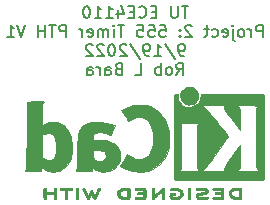
<source format=gbr>
%TF.GenerationSoftware,KiCad,Pcbnew,(6.0.7)*%
%TF.CreationDate,2022-09-19T10:22:26-04:00*%
%TF.ProjectId,proj_2,70726f6a-5f32-42e6-9b69-6361645f7063,rev?*%
%TF.SameCoordinates,Original*%
%TF.FileFunction,Legend,Bot*%
%TF.FilePolarity,Positive*%
%FSLAX46Y46*%
G04 Gerber Fmt 4.6, Leading zero omitted, Abs format (unit mm)*
G04 Created by KiCad (PCBNEW (6.0.7)) date 2022-09-19 10:22:26*
%MOMM*%
%LPD*%
G01*
G04 APERTURE LIST*
%ADD10C,0.150000*%
%ADD11C,0.010000*%
G04 APERTURE END LIST*
D10*
X146994000Y-53679380D02*
X146422571Y-53679380D01*
X146708285Y-54679380D02*
X146708285Y-53679380D01*
X146089238Y-53679380D02*
X146089238Y-54488904D01*
X146041619Y-54584142D01*
X145994000Y-54631761D01*
X145898761Y-54679380D01*
X145708285Y-54679380D01*
X145613047Y-54631761D01*
X145565428Y-54584142D01*
X145517809Y-54488904D01*
X145517809Y-53679380D01*
X144279714Y-54155571D02*
X143946380Y-54155571D01*
X143803523Y-54679380D02*
X144279714Y-54679380D01*
X144279714Y-53679380D01*
X143803523Y-53679380D01*
X142803523Y-54584142D02*
X142851142Y-54631761D01*
X142994000Y-54679380D01*
X143089238Y-54679380D01*
X143232095Y-54631761D01*
X143327333Y-54536523D01*
X143374952Y-54441285D01*
X143422571Y-54250809D01*
X143422571Y-54107952D01*
X143374952Y-53917476D01*
X143327333Y-53822238D01*
X143232095Y-53727000D01*
X143089238Y-53679380D01*
X142994000Y-53679380D01*
X142851142Y-53727000D01*
X142803523Y-53774619D01*
X142374952Y-54155571D02*
X142041619Y-54155571D01*
X141898761Y-54679380D02*
X142374952Y-54679380D01*
X142374952Y-53679380D01*
X141898761Y-53679380D01*
X141041619Y-54012714D02*
X141041619Y-54679380D01*
X141279714Y-53631761D02*
X141517809Y-54346047D01*
X140898761Y-54346047D01*
X139994000Y-54679380D02*
X140565428Y-54679380D01*
X140279714Y-54679380D02*
X140279714Y-53679380D01*
X140374952Y-53822238D01*
X140470190Y-53917476D01*
X140565428Y-53965095D01*
X139041619Y-54679380D02*
X139613047Y-54679380D01*
X139327333Y-54679380D02*
X139327333Y-53679380D01*
X139422571Y-53822238D01*
X139517809Y-53917476D01*
X139613047Y-53965095D01*
X138422571Y-53679380D02*
X138327333Y-53679380D01*
X138232095Y-53727000D01*
X138184476Y-53774619D01*
X138136857Y-53869857D01*
X138089238Y-54060333D01*
X138089238Y-54298428D01*
X138136857Y-54488904D01*
X138184476Y-54584142D01*
X138232095Y-54631761D01*
X138327333Y-54679380D01*
X138422571Y-54679380D01*
X138517809Y-54631761D01*
X138565428Y-54584142D01*
X138613047Y-54488904D01*
X138660666Y-54298428D01*
X138660666Y-54060333D01*
X138613047Y-53869857D01*
X138565428Y-53774619D01*
X138517809Y-53727000D01*
X138422571Y-53679380D01*
X153279714Y-56289380D02*
X153279714Y-55289380D01*
X152898761Y-55289380D01*
X152803523Y-55337000D01*
X152755904Y-55384619D01*
X152708285Y-55479857D01*
X152708285Y-55622714D01*
X152755904Y-55717952D01*
X152803523Y-55765571D01*
X152898761Y-55813190D01*
X153279714Y-55813190D01*
X152279714Y-56289380D02*
X152279714Y-55622714D01*
X152279714Y-55813190D02*
X152232095Y-55717952D01*
X152184476Y-55670333D01*
X152089238Y-55622714D01*
X151994000Y-55622714D01*
X151517809Y-56289380D02*
X151613047Y-56241761D01*
X151660666Y-56194142D01*
X151708285Y-56098904D01*
X151708285Y-55813190D01*
X151660666Y-55717952D01*
X151613047Y-55670333D01*
X151517809Y-55622714D01*
X151374952Y-55622714D01*
X151279714Y-55670333D01*
X151232095Y-55717952D01*
X151184476Y-55813190D01*
X151184476Y-56098904D01*
X151232095Y-56194142D01*
X151279714Y-56241761D01*
X151374952Y-56289380D01*
X151517809Y-56289380D01*
X150755904Y-55622714D02*
X150755904Y-56479857D01*
X150803523Y-56575095D01*
X150898761Y-56622714D01*
X150946380Y-56622714D01*
X150755904Y-55289380D02*
X150803523Y-55337000D01*
X150755904Y-55384619D01*
X150708285Y-55337000D01*
X150755904Y-55289380D01*
X150755904Y-55384619D01*
X149898761Y-56241761D02*
X149994000Y-56289380D01*
X150184476Y-56289380D01*
X150279714Y-56241761D01*
X150327333Y-56146523D01*
X150327333Y-55765571D01*
X150279714Y-55670333D01*
X150184476Y-55622714D01*
X149994000Y-55622714D01*
X149898761Y-55670333D01*
X149851142Y-55765571D01*
X149851142Y-55860809D01*
X150327333Y-55956047D01*
X148994000Y-56241761D02*
X149089238Y-56289380D01*
X149279714Y-56289380D01*
X149374952Y-56241761D01*
X149422571Y-56194142D01*
X149470190Y-56098904D01*
X149470190Y-55813190D01*
X149422571Y-55717952D01*
X149374952Y-55670333D01*
X149279714Y-55622714D01*
X149089238Y-55622714D01*
X148994000Y-55670333D01*
X148708285Y-55622714D02*
X148327333Y-55622714D01*
X148565428Y-55289380D02*
X148565428Y-56146523D01*
X148517809Y-56241761D01*
X148422571Y-56289380D01*
X148327333Y-56289380D01*
X147279714Y-55384619D02*
X147232095Y-55337000D01*
X147136857Y-55289380D01*
X146898761Y-55289380D01*
X146803523Y-55337000D01*
X146755904Y-55384619D01*
X146708285Y-55479857D01*
X146708285Y-55575095D01*
X146755904Y-55717952D01*
X147327333Y-56289380D01*
X146708285Y-56289380D01*
X146279714Y-56194142D02*
X146232095Y-56241761D01*
X146279714Y-56289380D01*
X146327333Y-56241761D01*
X146279714Y-56194142D01*
X146279714Y-56289380D01*
X146279714Y-55670333D02*
X146232095Y-55717952D01*
X146279714Y-55765571D01*
X146327333Y-55717952D01*
X146279714Y-55670333D01*
X146279714Y-55765571D01*
X144565428Y-55289380D02*
X145041619Y-55289380D01*
X145089238Y-55765571D01*
X145041619Y-55717952D01*
X144946380Y-55670333D01*
X144708285Y-55670333D01*
X144613047Y-55717952D01*
X144565428Y-55765571D01*
X144517809Y-55860809D01*
X144517809Y-56098904D01*
X144565428Y-56194142D01*
X144613047Y-56241761D01*
X144708285Y-56289380D01*
X144946380Y-56289380D01*
X145041619Y-56241761D01*
X145089238Y-56194142D01*
X143613047Y-55289380D02*
X144089238Y-55289380D01*
X144136857Y-55765571D01*
X144089238Y-55717952D01*
X143994000Y-55670333D01*
X143755904Y-55670333D01*
X143660666Y-55717952D01*
X143613047Y-55765571D01*
X143565428Y-55860809D01*
X143565428Y-56098904D01*
X143613047Y-56194142D01*
X143660666Y-56241761D01*
X143755904Y-56289380D01*
X143994000Y-56289380D01*
X144089238Y-56241761D01*
X144136857Y-56194142D01*
X142660666Y-55289380D02*
X143136857Y-55289380D01*
X143184476Y-55765571D01*
X143136857Y-55717952D01*
X143041619Y-55670333D01*
X142803523Y-55670333D01*
X142708285Y-55717952D01*
X142660666Y-55765571D01*
X142613047Y-55860809D01*
X142613047Y-56098904D01*
X142660666Y-56194142D01*
X142708285Y-56241761D01*
X142803523Y-56289380D01*
X143041619Y-56289380D01*
X143136857Y-56241761D01*
X143184476Y-56194142D01*
X141565428Y-55289380D02*
X140994000Y-55289380D01*
X141279714Y-56289380D02*
X141279714Y-55289380D01*
X140660666Y-56289380D02*
X140660666Y-55622714D01*
X140660666Y-55289380D02*
X140708285Y-55337000D01*
X140660666Y-55384619D01*
X140613047Y-55337000D01*
X140660666Y-55289380D01*
X140660666Y-55384619D01*
X140184476Y-56289380D02*
X140184476Y-55622714D01*
X140184476Y-55717952D02*
X140136857Y-55670333D01*
X140041619Y-55622714D01*
X139898761Y-55622714D01*
X139803523Y-55670333D01*
X139755904Y-55765571D01*
X139755904Y-56289380D01*
X139755904Y-55765571D02*
X139708285Y-55670333D01*
X139613047Y-55622714D01*
X139470190Y-55622714D01*
X139374952Y-55670333D01*
X139327333Y-55765571D01*
X139327333Y-56289380D01*
X138470190Y-56241761D02*
X138565428Y-56289380D01*
X138755904Y-56289380D01*
X138851142Y-56241761D01*
X138898761Y-56146523D01*
X138898761Y-55765571D01*
X138851142Y-55670333D01*
X138755904Y-55622714D01*
X138565428Y-55622714D01*
X138470190Y-55670333D01*
X138422571Y-55765571D01*
X138422571Y-55860809D01*
X138898761Y-55956047D01*
X137994000Y-56289380D02*
X137994000Y-55622714D01*
X137994000Y-55813190D02*
X137946380Y-55717952D01*
X137898761Y-55670333D01*
X137803523Y-55622714D01*
X137708285Y-55622714D01*
X136613047Y-56289380D02*
X136613047Y-55289380D01*
X136232095Y-55289380D01*
X136136857Y-55337000D01*
X136089238Y-55384619D01*
X136041619Y-55479857D01*
X136041619Y-55622714D01*
X136089238Y-55717952D01*
X136136857Y-55765571D01*
X136232095Y-55813190D01*
X136613047Y-55813190D01*
X135755904Y-55289380D02*
X135184476Y-55289380D01*
X135470190Y-56289380D02*
X135470190Y-55289380D01*
X134851142Y-56289380D02*
X134851142Y-55289380D01*
X134851142Y-55765571D02*
X134279714Y-55765571D01*
X134279714Y-56289380D02*
X134279714Y-55289380D01*
X133184476Y-55289380D02*
X132851142Y-56289380D01*
X132517809Y-55289380D01*
X131660666Y-56289380D02*
X132232095Y-56289380D01*
X131946380Y-56289380D02*
X131946380Y-55289380D01*
X132041619Y-55432238D01*
X132136857Y-55527476D01*
X132232095Y-55575095D01*
X146589238Y-57899380D02*
X146398761Y-57899380D01*
X146303523Y-57851761D01*
X146255904Y-57804142D01*
X146160666Y-57661285D01*
X146113047Y-57470809D01*
X146113047Y-57089857D01*
X146160666Y-56994619D01*
X146208285Y-56947000D01*
X146303523Y-56899380D01*
X146494000Y-56899380D01*
X146589238Y-56947000D01*
X146636857Y-56994619D01*
X146684476Y-57089857D01*
X146684476Y-57327952D01*
X146636857Y-57423190D01*
X146589238Y-57470809D01*
X146494000Y-57518428D01*
X146303523Y-57518428D01*
X146208285Y-57470809D01*
X146160666Y-57423190D01*
X146113047Y-57327952D01*
X144970190Y-56851761D02*
X145827333Y-58137476D01*
X144113047Y-57899380D02*
X144684476Y-57899380D01*
X144398761Y-57899380D02*
X144398761Y-56899380D01*
X144494000Y-57042238D01*
X144589238Y-57137476D01*
X144684476Y-57185095D01*
X143636857Y-57899380D02*
X143446380Y-57899380D01*
X143351142Y-57851761D01*
X143303523Y-57804142D01*
X143208285Y-57661285D01*
X143160666Y-57470809D01*
X143160666Y-57089857D01*
X143208285Y-56994619D01*
X143255904Y-56947000D01*
X143351142Y-56899380D01*
X143541619Y-56899380D01*
X143636857Y-56947000D01*
X143684476Y-56994619D01*
X143732095Y-57089857D01*
X143732095Y-57327952D01*
X143684476Y-57423190D01*
X143636857Y-57470809D01*
X143541619Y-57518428D01*
X143351142Y-57518428D01*
X143255904Y-57470809D01*
X143208285Y-57423190D01*
X143160666Y-57327952D01*
X142017809Y-56851761D02*
X142874952Y-58137476D01*
X141732095Y-56994619D02*
X141684476Y-56947000D01*
X141589238Y-56899380D01*
X141351142Y-56899380D01*
X141255904Y-56947000D01*
X141208285Y-56994619D01*
X141160666Y-57089857D01*
X141160666Y-57185095D01*
X141208285Y-57327952D01*
X141779714Y-57899380D01*
X141160666Y-57899380D01*
X140541619Y-56899380D02*
X140446380Y-56899380D01*
X140351142Y-56947000D01*
X140303523Y-56994619D01*
X140255904Y-57089857D01*
X140208285Y-57280333D01*
X140208285Y-57518428D01*
X140255904Y-57708904D01*
X140303523Y-57804142D01*
X140351142Y-57851761D01*
X140446380Y-57899380D01*
X140541619Y-57899380D01*
X140636857Y-57851761D01*
X140684476Y-57804142D01*
X140732095Y-57708904D01*
X140779714Y-57518428D01*
X140779714Y-57280333D01*
X140732095Y-57089857D01*
X140684476Y-56994619D01*
X140636857Y-56947000D01*
X140541619Y-56899380D01*
X139827333Y-56994619D02*
X139779714Y-56947000D01*
X139684476Y-56899380D01*
X139446380Y-56899380D01*
X139351142Y-56947000D01*
X139303523Y-56994619D01*
X139255904Y-57089857D01*
X139255904Y-57185095D01*
X139303523Y-57327952D01*
X139874952Y-57899380D01*
X139255904Y-57899380D01*
X138874952Y-56994619D02*
X138827333Y-56947000D01*
X138732095Y-56899380D01*
X138494000Y-56899380D01*
X138398761Y-56947000D01*
X138351142Y-56994619D01*
X138303523Y-57089857D01*
X138303523Y-57185095D01*
X138351142Y-57327952D01*
X138922571Y-57899380D01*
X138303523Y-57899380D01*
X145970190Y-59509380D02*
X146303523Y-59033190D01*
X146541619Y-59509380D02*
X146541619Y-58509380D01*
X146160666Y-58509380D01*
X146065428Y-58557000D01*
X146017809Y-58604619D01*
X145970190Y-58699857D01*
X145970190Y-58842714D01*
X146017809Y-58937952D01*
X146065428Y-58985571D01*
X146160666Y-59033190D01*
X146541619Y-59033190D01*
X145398761Y-59509380D02*
X145494000Y-59461761D01*
X145541619Y-59414142D01*
X145589238Y-59318904D01*
X145589238Y-59033190D01*
X145541619Y-58937952D01*
X145494000Y-58890333D01*
X145398761Y-58842714D01*
X145255904Y-58842714D01*
X145160666Y-58890333D01*
X145113047Y-58937952D01*
X145065428Y-59033190D01*
X145065428Y-59318904D01*
X145113047Y-59414142D01*
X145160666Y-59461761D01*
X145255904Y-59509380D01*
X145398761Y-59509380D01*
X144636857Y-59509380D02*
X144636857Y-58509380D01*
X144636857Y-58890333D02*
X144541619Y-58842714D01*
X144351142Y-58842714D01*
X144255904Y-58890333D01*
X144208285Y-58937952D01*
X144160666Y-59033190D01*
X144160666Y-59318904D01*
X144208285Y-59414142D01*
X144255904Y-59461761D01*
X144351142Y-59509380D01*
X144541619Y-59509380D01*
X144636857Y-59461761D01*
X142494000Y-59509380D02*
X142970190Y-59509380D01*
X142970190Y-58509380D01*
X141065428Y-58985571D02*
X140922571Y-59033190D01*
X140874952Y-59080809D01*
X140827333Y-59176047D01*
X140827333Y-59318904D01*
X140874952Y-59414142D01*
X140922571Y-59461761D01*
X141017809Y-59509380D01*
X141398761Y-59509380D01*
X141398761Y-58509380D01*
X141065428Y-58509380D01*
X140970190Y-58557000D01*
X140922571Y-58604619D01*
X140874952Y-58699857D01*
X140874952Y-58795095D01*
X140922571Y-58890333D01*
X140970190Y-58937952D01*
X141065428Y-58985571D01*
X141398761Y-58985571D01*
X139970190Y-59509380D02*
X139970190Y-58985571D01*
X140017809Y-58890333D01*
X140113047Y-58842714D01*
X140303523Y-58842714D01*
X140398761Y-58890333D01*
X139970190Y-59461761D02*
X140065428Y-59509380D01*
X140303523Y-59509380D01*
X140398761Y-59461761D01*
X140446380Y-59366523D01*
X140446380Y-59271285D01*
X140398761Y-59176047D01*
X140303523Y-59128428D01*
X140065428Y-59128428D01*
X139970190Y-59080809D01*
X139494000Y-59509380D02*
X139494000Y-58842714D01*
X139494000Y-59033190D02*
X139446380Y-58937952D01*
X139398761Y-58890333D01*
X139303523Y-58842714D01*
X139208285Y-58842714D01*
X138446380Y-59509380D02*
X138446380Y-58985571D01*
X138494000Y-58890333D01*
X138589238Y-58842714D01*
X138779714Y-58842714D01*
X138874952Y-58890333D01*
X138446380Y-59461761D02*
X138541619Y-59509380D01*
X138779714Y-59509380D01*
X138874952Y-59461761D01*
X138922571Y-59366523D01*
X138922571Y-59271285D01*
X138874952Y-59176047D01*
X138779714Y-59128428D01*
X138541619Y-59128428D01*
X138446380Y-59080809D01*
%TO.C,REF\u002A\u002A*%
G36*
X137572895Y-69068666D02*
G01*
X137607140Y-69089566D01*
X137642622Y-69118297D01*
X137642622Y-69980295D01*
X137607140Y-70009026D01*
X137565388Y-70032291D01*
X137517725Y-70033404D01*
X137475869Y-70006120D01*
X137470708Y-69999910D01*
X137463431Y-69987305D01*
X137457830Y-69969090D01*
X137453687Y-69941771D01*
X137450785Y-69901857D01*
X137448907Y-69845854D01*
X137447834Y-69770271D01*
X137447350Y-69671614D01*
X137447237Y-69546390D01*
X137447237Y-69118297D01*
X137482719Y-69089566D01*
X137514289Y-69069901D01*
X137544930Y-69060834D01*
X137572895Y-69068666D01*
G37*
D11*
X137572895Y-69068666D02*
X137607140Y-69089566D01*
X137642622Y-69118297D01*
X137642622Y-69980295D01*
X137607140Y-70009026D01*
X137565388Y-70032291D01*
X137517725Y-70033404D01*
X137475869Y-70006120D01*
X137470708Y-69999910D01*
X137463431Y-69987305D01*
X137457830Y-69969090D01*
X137453687Y-69941771D01*
X137450785Y-69901857D01*
X137448907Y-69845854D01*
X137447834Y-69770271D01*
X137447350Y-69671614D01*
X137447237Y-69546390D01*
X137447237Y-69118297D01*
X137482719Y-69089566D01*
X137514289Y-69069901D01*
X137544930Y-69060834D01*
X137572895Y-69068666D01*
G36*
X144864077Y-69059270D02*
G01*
X144879265Y-69067441D01*
X144893309Y-69081636D01*
X144908336Y-69100435D01*
X144914264Y-69108372D01*
X144922250Y-69122344D01*
X144928347Y-69140751D01*
X144932809Y-69167251D01*
X144935890Y-69205507D01*
X144937844Y-69259179D01*
X144938926Y-69331927D01*
X144939388Y-69427412D01*
X144939486Y-69549296D01*
X144939455Y-69627221D01*
X144939165Y-69732515D01*
X144938354Y-69813651D01*
X144936768Y-69874290D01*
X144934155Y-69918093D01*
X144930259Y-69948720D01*
X144924826Y-69969833D01*
X144917603Y-69985091D01*
X144908336Y-69998157D01*
X144867824Y-70030633D01*
X144821303Y-70034466D01*
X144772068Y-70009050D01*
X144766498Y-70004424D01*
X144755613Y-69993070D01*
X144747544Y-69977692D01*
X144741709Y-69953950D01*
X144737526Y-69917508D01*
X144734414Y-69864028D01*
X144731790Y-69789171D01*
X144729072Y-69688601D01*
X144721557Y-69396859D01*
X144368362Y-69717238D01*
X144270062Y-69806142D01*
X144183284Y-69883515D01*
X144113795Y-69943370D01*
X144059110Y-69987201D01*
X144016747Y-70016501D01*
X143984225Y-70032764D01*
X143959059Y-70037484D01*
X143938768Y-70032155D01*
X143920869Y-70018270D01*
X143902880Y-69997323D01*
X143894565Y-69986029D01*
X143887067Y-69971947D01*
X143881461Y-69953097D01*
X143877531Y-69925867D01*
X143875061Y-69886645D01*
X143873837Y-69831818D01*
X143873644Y-69757772D01*
X143874266Y-69660895D01*
X143875487Y-69537574D01*
X143879900Y-69118259D01*
X143915382Y-69089547D01*
X143950084Y-69067990D01*
X143993830Y-69064301D01*
X144039803Y-69089534D01*
X144045544Y-69094306D01*
X144056371Y-69105662D01*
X144064398Y-69121095D01*
X144070203Y-69144934D01*
X144074367Y-69181508D01*
X144077469Y-69235146D01*
X144080086Y-69310178D01*
X144082799Y-69410932D01*
X144090314Y-69703631D01*
X144330788Y-69485562D01*
X144446267Y-69380872D01*
X144547146Y-69289816D01*
X144629872Y-69216126D01*
X144696571Y-69158384D01*
X144749369Y-69115173D01*
X144790392Y-69085073D01*
X144821767Y-69066668D01*
X144845620Y-69058540D01*
X144864077Y-69059270D01*
G37*
X144864077Y-69059270D02*
X144879265Y-69067441D01*
X144893309Y-69081636D01*
X144908336Y-69100435D01*
X144914264Y-69108372D01*
X144922250Y-69122344D01*
X144928347Y-69140751D01*
X144932809Y-69167251D01*
X144935890Y-69205507D01*
X144937844Y-69259179D01*
X144938926Y-69331927D01*
X144939388Y-69427412D01*
X144939486Y-69549296D01*
X144939455Y-69627221D01*
X144939165Y-69732515D01*
X144938354Y-69813651D01*
X144936768Y-69874290D01*
X144934155Y-69918093D01*
X144930259Y-69948720D01*
X144924826Y-69969833D01*
X144917603Y-69985091D01*
X144908336Y-69998157D01*
X144867824Y-70030633D01*
X144821303Y-70034466D01*
X144772068Y-70009050D01*
X144766498Y-70004424D01*
X144755613Y-69993070D01*
X144747544Y-69977692D01*
X144741709Y-69953950D01*
X144737526Y-69917508D01*
X144734414Y-69864028D01*
X144731790Y-69789171D01*
X144729072Y-69688601D01*
X144721557Y-69396859D01*
X144368362Y-69717238D01*
X144270062Y-69806142D01*
X144183284Y-69883515D01*
X144113795Y-69943370D01*
X144059110Y-69987201D01*
X144016747Y-70016501D01*
X143984225Y-70032764D01*
X143959059Y-70037484D01*
X143938768Y-70032155D01*
X143920869Y-70018270D01*
X143902880Y-69997323D01*
X143894565Y-69986029D01*
X143887067Y-69971947D01*
X143881461Y-69953097D01*
X143877531Y-69925867D01*
X143875061Y-69886645D01*
X143873837Y-69831818D01*
X143873644Y-69757772D01*
X143874266Y-69660895D01*
X143875487Y-69537574D01*
X143879900Y-69118259D01*
X143915382Y-69089547D01*
X143950084Y-69067990D01*
X143993830Y-69064301D01*
X144039803Y-69089534D01*
X144045544Y-69094306D01*
X144056371Y-69105662D01*
X144064398Y-69121095D01*
X144070203Y-69144934D01*
X144074367Y-69181508D01*
X144077469Y-69235146D01*
X144080086Y-69310178D01*
X144082799Y-69410932D01*
X144090314Y-69703631D01*
X144330788Y-69485562D01*
X144446267Y-69380872D01*
X144547146Y-69289816D01*
X144629872Y-69216126D01*
X144696571Y-69158384D01*
X144749369Y-69115173D01*
X144790392Y-69085073D01*
X144821767Y-69066668D01*
X144845620Y-69058540D01*
X144864077Y-69059270D01*
G36*
X138151101Y-69073364D02*
G01*
X138175012Y-69098009D01*
X138202439Y-69139390D01*
X138235500Y-69200214D01*
X138276313Y-69283187D01*
X138326997Y-69391018D01*
X138346480Y-69432800D01*
X138386086Y-69516920D01*
X138420828Y-69589620D01*
X138448779Y-69646931D01*
X138468013Y-69684879D01*
X138476604Y-69699493D01*
X138478413Y-69698720D01*
X138491716Y-69680151D01*
X138514737Y-69640825D01*
X138544821Y-69585418D01*
X138579315Y-69518604D01*
X138600580Y-69476682D01*
X138639123Y-69402986D01*
X138669063Y-69351041D01*
X138693315Y-69317121D01*
X138714791Y-69297503D01*
X138736405Y-69288464D01*
X138761070Y-69286278D01*
X138775053Y-69286911D01*
X138796509Y-69292512D01*
X138816898Y-69306976D01*
X138838996Y-69333966D01*
X138865582Y-69377149D01*
X138899433Y-69440189D01*
X138943327Y-69526752D01*
X138956285Y-69552387D01*
X138988847Y-69614520D01*
X139015788Y-69662665D01*
X139034603Y-69692473D01*
X139042790Y-69699592D01*
X139044610Y-69695237D01*
X139057091Y-69667399D01*
X139079539Y-69618220D01*
X139110049Y-69551850D01*
X139146716Y-69472438D01*
X139187635Y-69384131D01*
X139223202Y-69307949D01*
X139262642Y-69225419D01*
X139293358Y-69164524D01*
X139317294Y-69121866D01*
X139336395Y-69094049D01*
X139352606Y-69077677D01*
X139367871Y-69069355D01*
X139380399Y-69065504D01*
X139413823Y-69065306D01*
X139449960Y-69085732D01*
X139451691Y-69087044D01*
X139481093Y-69117180D01*
X139495802Y-69146769D01*
X139495864Y-69147621D01*
X139489819Y-69171135D01*
X139472692Y-69217155D01*
X139446386Y-69281520D01*
X139412803Y-69360069D01*
X139373845Y-69448645D01*
X139331415Y-69543085D01*
X139287415Y-69639231D01*
X139243747Y-69732923D01*
X139202313Y-69820000D01*
X139165016Y-69896304D01*
X139133757Y-69957673D01*
X139110439Y-69999949D01*
X139096964Y-70018971D01*
X139051155Y-70036769D01*
X138995641Y-70028300D01*
X138988499Y-70022046D01*
X138967425Y-69992555D01*
X138937866Y-69943614D01*
X138902696Y-69880085D01*
X138864787Y-69806831D01*
X138758579Y-69594821D01*
X138661141Y-69789987D01*
X138648233Y-69815670D01*
X138612314Y-69885364D01*
X138580324Y-69944995D01*
X138555342Y-69988910D01*
X138540449Y-70011456D01*
X138538923Y-70013111D01*
X138501484Y-70033463D01*
X138454804Y-70035704D01*
X138413477Y-70018971D01*
X138410247Y-70015178D01*
X138393924Y-69987718D01*
X138367647Y-69937724D01*
X138333159Y-69868722D01*
X138292203Y-69784238D01*
X138246523Y-69687797D01*
X138197862Y-69582927D01*
X138170915Y-69524183D01*
X138121957Y-69416705D01*
X138084071Y-69331926D01*
X138056080Y-69266777D01*
X138036805Y-69218188D01*
X138025071Y-69183091D01*
X138019698Y-69158416D01*
X138019509Y-69141096D01*
X138023327Y-69128060D01*
X138042841Y-69100258D01*
X138078259Y-69073230D01*
X138079265Y-69072774D01*
X138105346Y-69063454D01*
X138128585Y-69062748D01*
X138151101Y-69073364D01*
G37*
X138151101Y-69073364D02*
X138175012Y-69098009D01*
X138202439Y-69139390D01*
X138235500Y-69200214D01*
X138276313Y-69283187D01*
X138326997Y-69391018D01*
X138346480Y-69432800D01*
X138386086Y-69516920D01*
X138420828Y-69589620D01*
X138448779Y-69646931D01*
X138468013Y-69684879D01*
X138476604Y-69699493D01*
X138478413Y-69698720D01*
X138491716Y-69680151D01*
X138514737Y-69640825D01*
X138544821Y-69585418D01*
X138579315Y-69518604D01*
X138600580Y-69476682D01*
X138639123Y-69402986D01*
X138669063Y-69351041D01*
X138693315Y-69317121D01*
X138714791Y-69297503D01*
X138736405Y-69288464D01*
X138761070Y-69286278D01*
X138775053Y-69286911D01*
X138796509Y-69292512D01*
X138816898Y-69306976D01*
X138838996Y-69333966D01*
X138865582Y-69377149D01*
X138899433Y-69440189D01*
X138943327Y-69526752D01*
X138956285Y-69552387D01*
X138988847Y-69614520D01*
X139015788Y-69662665D01*
X139034603Y-69692473D01*
X139042790Y-69699592D01*
X139044610Y-69695237D01*
X139057091Y-69667399D01*
X139079539Y-69618220D01*
X139110049Y-69551850D01*
X139146716Y-69472438D01*
X139187635Y-69384131D01*
X139223202Y-69307949D01*
X139262642Y-69225419D01*
X139293358Y-69164524D01*
X139317294Y-69121866D01*
X139336395Y-69094049D01*
X139352606Y-69077677D01*
X139367871Y-69069355D01*
X139380399Y-69065504D01*
X139413823Y-69065306D01*
X139449960Y-69085732D01*
X139451691Y-69087044D01*
X139481093Y-69117180D01*
X139495802Y-69146769D01*
X139495864Y-69147621D01*
X139489819Y-69171135D01*
X139472692Y-69217155D01*
X139446386Y-69281520D01*
X139412803Y-69360069D01*
X139373845Y-69448645D01*
X139331415Y-69543085D01*
X139287415Y-69639231D01*
X139243747Y-69732923D01*
X139202313Y-69820000D01*
X139165016Y-69896304D01*
X139133757Y-69957673D01*
X139110439Y-69999949D01*
X139096964Y-70018971D01*
X139051155Y-70036769D01*
X138995641Y-70028300D01*
X138988499Y-70022046D01*
X138967425Y-69992555D01*
X138937866Y-69943614D01*
X138902696Y-69880085D01*
X138864787Y-69806831D01*
X138758579Y-69594821D01*
X138661141Y-69789987D01*
X138648233Y-69815670D01*
X138612314Y-69885364D01*
X138580324Y-69944995D01*
X138555342Y-69988910D01*
X138540449Y-70011456D01*
X138538923Y-70013111D01*
X138501484Y-70033463D01*
X138454804Y-70035704D01*
X138413477Y-70018971D01*
X138410247Y-70015178D01*
X138393924Y-69987718D01*
X138367647Y-69937724D01*
X138333159Y-69868722D01*
X138292203Y-69784238D01*
X138246523Y-69687797D01*
X138197862Y-69582927D01*
X138170915Y-69524183D01*
X138121957Y-69416705D01*
X138084071Y-69331926D01*
X138056080Y-69266777D01*
X138036805Y-69218188D01*
X138025071Y-69183091D01*
X138019698Y-69158416D01*
X138019509Y-69141096D01*
X138023327Y-69128060D01*
X138042841Y-69100258D01*
X138078259Y-69073230D01*
X138079265Y-69072774D01*
X138105346Y-69063454D01*
X138128585Y-69062748D01*
X138151101Y-69073364D01*
G36*
X136641424Y-69060836D02*
G01*
X136766736Y-69060956D01*
X136865941Y-69061408D01*
X136942371Y-69062396D01*
X136999352Y-69064121D01*
X137040216Y-69066785D01*
X137068290Y-69070593D01*
X137086905Y-69075745D01*
X137099389Y-69082444D01*
X137109072Y-69090894D01*
X137134109Y-69134453D01*
X137136035Y-69184481D01*
X137114257Y-69228734D01*
X137112446Y-69230669D01*
X137097531Y-69241800D01*
X137074761Y-69249195D01*
X137038589Y-69253581D01*
X136983466Y-69255680D01*
X136903843Y-69256219D01*
X136718302Y-69256219D01*
X136718302Y-69607387D01*
X136718202Y-69708342D01*
X136717659Y-69797098D01*
X136716351Y-69863379D01*
X136713960Y-69911197D01*
X136710164Y-69944570D01*
X136704645Y-69967510D01*
X136697081Y-69984034D01*
X136687152Y-69998157D01*
X136684103Y-70001893D01*
X136642593Y-70032038D01*
X136596822Y-70034120D01*
X136552977Y-70007698D01*
X136543686Y-69996947D01*
X136536401Y-69982836D01*
X136531049Y-69961743D01*
X136527333Y-69929822D01*
X136524957Y-69883226D01*
X136523627Y-69818109D01*
X136523046Y-69730625D01*
X136522918Y-69616929D01*
X136522918Y-69256219D01*
X136328624Y-69256219D01*
X136313846Y-69256218D01*
X136238601Y-69255918D01*
X136186885Y-69254401D01*
X136153078Y-69250674D01*
X136131561Y-69243742D01*
X136116714Y-69232610D01*
X136102917Y-69216284D01*
X136081819Y-69175427D01*
X136085949Y-69130453D01*
X136120090Y-69087136D01*
X136126668Y-69082187D01*
X136140262Y-69075749D01*
X136160799Y-69070738D01*
X136191582Y-69066981D01*
X136235913Y-69064300D01*
X136297094Y-69062520D01*
X136378428Y-69061467D01*
X136483216Y-69060963D01*
X136614760Y-69060834D01*
X136641424Y-69060836D01*
G37*
X136641424Y-69060836D02*
X136766736Y-69060956D01*
X136865941Y-69061408D01*
X136942371Y-69062396D01*
X136999352Y-69064121D01*
X137040216Y-69066785D01*
X137068290Y-69070593D01*
X137086905Y-69075745D01*
X137099389Y-69082444D01*
X137109072Y-69090894D01*
X137134109Y-69134453D01*
X137136035Y-69184481D01*
X137114257Y-69228734D01*
X137112446Y-69230669D01*
X137097531Y-69241800D01*
X137074761Y-69249195D01*
X137038589Y-69253581D01*
X136983466Y-69255680D01*
X136903843Y-69256219D01*
X136718302Y-69256219D01*
X136718302Y-69607387D01*
X136718202Y-69708342D01*
X136717659Y-69797098D01*
X136716351Y-69863379D01*
X136713960Y-69911197D01*
X136710164Y-69944570D01*
X136704645Y-69967510D01*
X136697081Y-69984034D01*
X136687152Y-69998157D01*
X136684103Y-70001893D01*
X136642593Y-70032038D01*
X136596822Y-70034120D01*
X136552977Y-70007698D01*
X136543686Y-69996947D01*
X136536401Y-69982836D01*
X136531049Y-69961743D01*
X136527333Y-69929822D01*
X136524957Y-69883226D01*
X136523627Y-69818109D01*
X136523046Y-69730625D01*
X136522918Y-69616929D01*
X136522918Y-69256219D01*
X136328624Y-69256219D01*
X136313846Y-69256218D01*
X136238601Y-69255918D01*
X136186885Y-69254401D01*
X136153078Y-69250674D01*
X136131561Y-69243742D01*
X136116714Y-69232610D01*
X136102917Y-69216284D01*
X136081819Y-69175427D01*
X136085949Y-69130453D01*
X136120090Y-69087136D01*
X136126668Y-69082187D01*
X136140262Y-69075749D01*
X136160799Y-69070738D01*
X136191582Y-69066981D01*
X136235913Y-69064300D01*
X136297094Y-69062520D01*
X136378428Y-69061467D01*
X136483216Y-69060963D01*
X136614760Y-69060834D01*
X136641424Y-69060836D01*
G36*
X145925514Y-69067641D02*
G01*
X146066647Y-69089362D01*
X146191545Y-69126709D01*
X146296450Y-69178507D01*
X146377602Y-69243586D01*
X146412311Y-69287337D01*
X146451596Y-69352838D01*
X146485242Y-69424543D01*
X146508740Y-69492665D01*
X146517581Y-69547417D01*
X146515504Y-69573665D01*
X146498274Y-69642007D01*
X146467436Y-69717264D01*
X146427639Y-69789046D01*
X146383533Y-69846966D01*
X146369958Y-69860743D01*
X146280643Y-69929674D01*
X146173967Y-69982786D01*
X146059190Y-70015273D01*
X145986013Y-70026073D01*
X145861593Y-70034866D01*
X145742063Y-70032087D01*
X145632239Y-70018447D01*
X145536937Y-69994656D01*
X145460972Y-69961422D01*
X145409160Y-69919457D01*
X145407329Y-69916827D01*
X145397893Y-69883242D01*
X145392249Y-69820334D01*
X145390373Y-69727852D01*
X145391518Y-69644998D01*
X145397802Y-69581915D01*
X145413365Y-69539174D01*
X145442348Y-69513143D01*
X145488891Y-69500188D01*
X145557134Y-69496677D01*
X145651217Y-69498978D01*
X145715948Y-69502988D01*
X145782777Y-69513895D01*
X145826038Y-69532605D01*
X145849282Y-69560877D01*
X145856060Y-69600472D01*
X145855919Y-69606518D01*
X145844333Y-69652841D01*
X145812368Y-69684018D01*
X145757429Y-69701592D01*
X145676924Y-69707107D01*
X145585758Y-69707107D01*
X145585758Y-69758167D01*
X145585825Y-69770330D01*
X145588781Y-69793297D01*
X145601119Y-69807002D01*
X145629585Y-69816238D01*
X145680924Y-69825800D01*
X145688212Y-69827044D01*
X145817288Y-69840229D01*
X145937099Y-69836342D01*
X146044817Y-69816731D01*
X146137611Y-69782741D01*
X146212653Y-69735717D01*
X146267113Y-69677005D01*
X146298163Y-69607951D01*
X146302972Y-69529902D01*
X146295625Y-69491432D01*
X146260100Y-69417023D01*
X146198606Y-69356234D01*
X146112092Y-69309855D01*
X146001507Y-69278676D01*
X145968656Y-69272753D01*
X145849727Y-69258775D01*
X145743475Y-69260411D01*
X145639506Y-69277633D01*
X145592717Y-69286672D01*
X145532223Y-69288027D01*
X145490532Y-69271343D01*
X145463700Y-69235680D01*
X145455201Y-69198073D01*
X145467831Y-69156502D01*
X145480251Y-69138628D01*
X145525829Y-69107299D01*
X145595888Y-69083506D01*
X145687109Y-69068200D01*
X145796172Y-69062333D01*
X145925514Y-69067641D01*
G37*
X145925514Y-69067641D02*
X146066647Y-69089362D01*
X146191545Y-69126709D01*
X146296450Y-69178507D01*
X146377602Y-69243586D01*
X146412311Y-69287337D01*
X146451596Y-69352838D01*
X146485242Y-69424543D01*
X146508740Y-69492665D01*
X146517581Y-69547417D01*
X146515504Y-69573665D01*
X146498274Y-69642007D01*
X146467436Y-69717264D01*
X146427639Y-69789046D01*
X146383533Y-69846966D01*
X146369958Y-69860743D01*
X146280643Y-69929674D01*
X146173967Y-69982786D01*
X146059190Y-70015273D01*
X145986013Y-70026073D01*
X145861593Y-70034866D01*
X145742063Y-70032087D01*
X145632239Y-70018447D01*
X145536937Y-69994656D01*
X145460972Y-69961422D01*
X145409160Y-69919457D01*
X145407329Y-69916827D01*
X145397893Y-69883242D01*
X145392249Y-69820334D01*
X145390373Y-69727852D01*
X145391518Y-69644998D01*
X145397802Y-69581915D01*
X145413365Y-69539174D01*
X145442348Y-69513143D01*
X145488891Y-69500188D01*
X145557134Y-69496677D01*
X145651217Y-69498978D01*
X145715948Y-69502988D01*
X145782777Y-69513895D01*
X145826038Y-69532605D01*
X145849282Y-69560877D01*
X145856060Y-69600472D01*
X145855919Y-69606518D01*
X145844333Y-69652841D01*
X145812368Y-69684018D01*
X145757429Y-69701592D01*
X145676924Y-69707107D01*
X145585758Y-69707107D01*
X145585758Y-69758167D01*
X145585825Y-69770330D01*
X145588781Y-69793297D01*
X145601119Y-69807002D01*
X145629585Y-69816238D01*
X145680924Y-69825800D01*
X145688212Y-69827044D01*
X145817288Y-69840229D01*
X145937099Y-69836342D01*
X146044817Y-69816731D01*
X146137611Y-69782741D01*
X146212653Y-69735717D01*
X146267113Y-69677005D01*
X146298163Y-69607951D01*
X146302972Y-69529902D01*
X146295625Y-69491432D01*
X146260100Y-69417023D01*
X146198606Y-69356234D01*
X146112092Y-69309855D01*
X146001507Y-69278676D01*
X145968656Y-69272753D01*
X145849727Y-69258775D01*
X145743475Y-69260411D01*
X145639506Y-69277633D01*
X145592717Y-69286672D01*
X145532223Y-69288027D01*
X145490532Y-69271343D01*
X145463700Y-69235680D01*
X145455201Y-69198073D01*
X145467831Y-69156502D01*
X145480251Y-69138628D01*
X145525829Y-69107299D01*
X145595888Y-69083506D01*
X145687109Y-69068200D01*
X145796172Y-69062333D01*
X145925514Y-69067641D01*
G36*
X148204408Y-69061992D02*
G01*
X148292606Y-69069221D01*
X148366231Y-69082000D01*
X148433974Y-69101785D01*
X148528917Y-69145896D01*
X148597025Y-69202722D01*
X148638062Y-69272039D01*
X148651794Y-69353623D01*
X148650546Y-69395226D01*
X148642834Y-69428240D01*
X148623120Y-69457090D01*
X148585879Y-69493504D01*
X148575257Y-69503261D01*
X148543691Y-69531090D01*
X148513877Y-69553684D01*
X148481879Y-69572261D01*
X148443765Y-69588039D01*
X148395601Y-69602236D01*
X148333453Y-69616071D01*
X148253387Y-69630762D01*
X148151469Y-69647527D01*
X148023767Y-69667585D01*
X147999318Y-69671624D01*
X147916335Y-69689758D01*
X147856134Y-69710705D01*
X147821140Y-69733433D01*
X147813779Y-69756911D01*
X147817268Y-69762596D01*
X147841143Y-69782653D01*
X147878588Y-69804799D01*
X147895629Y-69812775D01*
X147923985Y-69822351D01*
X147959114Y-69828711D01*
X148006836Y-69832464D01*
X148072969Y-69834218D01*
X148163332Y-69834582D01*
X148187010Y-69834485D01*
X148277038Y-69833006D01*
X148363495Y-69830043D01*
X148437552Y-69825961D01*
X148490382Y-69821122D01*
X148537660Y-69815706D01*
X148576605Y-69814664D01*
X148601769Y-69820787D01*
X148621891Y-69835000D01*
X148626759Y-69839783D01*
X148648516Y-69882086D01*
X148646758Y-69929554D01*
X148621520Y-69970319D01*
X148594399Y-69985770D01*
X148546492Y-70002672D01*
X148490011Y-70016052D01*
X148485417Y-70016849D01*
X148428609Y-70023794D01*
X148352206Y-70029617D01*
X148265645Y-70033728D01*
X148178362Y-70035537D01*
X148156750Y-70035593D01*
X148025861Y-70032294D01*
X147919283Y-70021635D01*
X147832505Y-70002288D01*
X147761017Y-69972926D01*
X147700306Y-69932222D01*
X147645862Y-69878848D01*
X147619074Y-69843931D01*
X147603595Y-69804593D01*
X147599723Y-69751716D01*
X147599910Y-69735781D01*
X147605066Y-69692270D01*
X147621555Y-69656955D01*
X147655058Y-69615884D01*
X147683299Y-69586408D01*
X147718442Y-69556391D01*
X147758006Y-69531937D01*
X147806240Y-69511626D01*
X147867393Y-69494036D01*
X147945712Y-69477747D01*
X148045447Y-69461337D01*
X148170847Y-69443386D01*
X148231173Y-69434054D01*
X148321645Y-69414670D01*
X148387062Y-69392704D01*
X148426427Y-69368875D01*
X148438743Y-69343906D01*
X148423011Y-69318517D01*
X148378235Y-69293429D01*
X148374180Y-69291813D01*
X148312459Y-69275733D01*
X148229049Y-69264815D01*
X148131282Y-69259276D01*
X148026491Y-69259333D01*
X147922008Y-69265202D01*
X147825166Y-69277099D01*
X147819938Y-69277963D01*
X147754946Y-69288224D01*
X147712007Y-69293032D01*
X147684052Y-69292237D01*
X147664010Y-69285685D01*
X147644811Y-69273225D01*
X147643254Y-69272066D01*
X147610613Y-69231628D01*
X147604231Y-69184363D01*
X147625276Y-69138323D01*
X147631328Y-69132390D01*
X147670755Y-69112234D01*
X147733305Y-69094762D01*
X147813591Y-69080383D01*
X147906230Y-69069508D01*
X148005835Y-69062545D01*
X148107023Y-69059903D01*
X148204408Y-69061992D01*
G37*
X148204408Y-69061992D02*
X148292606Y-69069221D01*
X148366231Y-69082000D01*
X148433974Y-69101785D01*
X148528917Y-69145896D01*
X148597025Y-69202722D01*
X148638062Y-69272039D01*
X148651794Y-69353623D01*
X148650546Y-69395226D01*
X148642834Y-69428240D01*
X148623120Y-69457090D01*
X148585879Y-69493504D01*
X148575257Y-69503261D01*
X148543691Y-69531090D01*
X148513877Y-69553684D01*
X148481879Y-69572261D01*
X148443765Y-69588039D01*
X148395601Y-69602236D01*
X148333453Y-69616071D01*
X148253387Y-69630762D01*
X148151469Y-69647527D01*
X148023767Y-69667585D01*
X147999318Y-69671624D01*
X147916335Y-69689758D01*
X147856134Y-69710705D01*
X147821140Y-69733433D01*
X147813779Y-69756911D01*
X147817268Y-69762596D01*
X147841143Y-69782653D01*
X147878588Y-69804799D01*
X147895629Y-69812775D01*
X147923985Y-69822351D01*
X147959114Y-69828711D01*
X148006836Y-69832464D01*
X148072969Y-69834218D01*
X148163332Y-69834582D01*
X148187010Y-69834485D01*
X148277038Y-69833006D01*
X148363495Y-69830043D01*
X148437552Y-69825961D01*
X148490382Y-69821122D01*
X148537660Y-69815706D01*
X148576605Y-69814664D01*
X148601769Y-69820787D01*
X148621891Y-69835000D01*
X148626759Y-69839783D01*
X148648516Y-69882086D01*
X148646758Y-69929554D01*
X148621520Y-69970319D01*
X148594399Y-69985770D01*
X148546492Y-70002672D01*
X148490011Y-70016052D01*
X148485417Y-70016849D01*
X148428609Y-70023794D01*
X148352206Y-70029617D01*
X148265645Y-70033728D01*
X148178362Y-70035537D01*
X148156750Y-70035593D01*
X148025861Y-70032294D01*
X147919283Y-70021635D01*
X147832505Y-70002288D01*
X147761017Y-69972926D01*
X147700306Y-69932222D01*
X147645862Y-69878848D01*
X147619074Y-69843931D01*
X147603595Y-69804593D01*
X147599723Y-69751716D01*
X147599910Y-69735781D01*
X147605066Y-69692270D01*
X147621555Y-69656955D01*
X147655058Y-69615884D01*
X147683299Y-69586408D01*
X147718442Y-69556391D01*
X147758006Y-69531937D01*
X147806240Y-69511626D01*
X147867393Y-69494036D01*
X147945712Y-69477747D01*
X148045447Y-69461337D01*
X148170847Y-69443386D01*
X148231173Y-69434054D01*
X148321645Y-69414670D01*
X148387062Y-69392704D01*
X148426427Y-69368875D01*
X148438743Y-69343906D01*
X148423011Y-69318517D01*
X148378235Y-69293429D01*
X148374180Y-69291813D01*
X148312459Y-69275733D01*
X148229049Y-69264815D01*
X148131282Y-69259276D01*
X148026491Y-69259333D01*
X147922008Y-69265202D01*
X147825166Y-69277099D01*
X147819938Y-69277963D01*
X147754946Y-69288224D01*
X147712007Y-69293032D01*
X147684052Y-69292237D01*
X147664010Y-69285685D01*
X147644811Y-69273225D01*
X147643254Y-69272066D01*
X147610613Y-69231628D01*
X147604231Y-69184363D01*
X147625276Y-69138323D01*
X147631328Y-69132390D01*
X147670755Y-69112234D01*
X147733305Y-69094762D01*
X147813591Y-69080383D01*
X147906230Y-69069508D01*
X148005835Y-69062545D01*
X148107023Y-69059903D01*
X148204408Y-69061992D01*
G36*
X147152230Y-60525263D02*
G01*
X147291672Y-60559429D01*
X147423848Y-60620749D01*
X147544592Y-60709234D01*
X147649739Y-60824894D01*
X147735123Y-60967737D01*
X147758014Y-61018057D01*
X147776559Y-61069060D01*
X147786965Y-61120048D01*
X147791526Y-61183115D01*
X147792536Y-61270353D01*
X147791925Y-61342963D01*
X147788243Y-61409694D01*
X147779215Y-61461758D01*
X147762587Y-61511110D01*
X147736105Y-61569710D01*
X147728445Y-61585326D01*
X147637899Y-61728317D01*
X147524018Y-61845967D01*
X147390034Y-61935513D01*
X147239179Y-61994196D01*
X147161774Y-62010571D01*
X147004742Y-62018234D01*
X146852646Y-61993440D01*
X146709947Y-61938730D01*
X146581105Y-61856647D01*
X146470579Y-61749733D01*
X146382829Y-61620531D01*
X146322316Y-61471582D01*
X146300176Y-61349689D01*
X146298181Y-61215175D01*
X146316188Y-61084332D01*
X146353339Y-60970996D01*
X146396265Y-60889967D01*
X146491826Y-60761411D01*
X146605114Y-60659951D01*
X146731964Y-60585596D01*
X146868211Y-60538357D01*
X147009688Y-60518242D01*
X147152230Y-60525263D01*
G37*
X147152230Y-60525263D02*
X147291672Y-60559429D01*
X147423848Y-60620749D01*
X147544592Y-60709234D01*
X147649739Y-60824894D01*
X147735123Y-60967737D01*
X147758014Y-61018057D01*
X147776559Y-61069060D01*
X147786965Y-61120048D01*
X147791526Y-61183115D01*
X147792536Y-61270353D01*
X147791925Y-61342963D01*
X147788243Y-61409694D01*
X147779215Y-61461758D01*
X147762587Y-61511110D01*
X147736105Y-61569710D01*
X147728445Y-61585326D01*
X147637899Y-61728317D01*
X147524018Y-61845967D01*
X147390034Y-61935513D01*
X147239179Y-61994196D01*
X147161774Y-62010571D01*
X147004742Y-62018234D01*
X146852646Y-61993440D01*
X146709947Y-61938730D01*
X146581105Y-61856647D01*
X146470579Y-61749733D01*
X146382829Y-61620531D01*
X146322316Y-61471582D01*
X146300176Y-61349689D01*
X146298181Y-61215175D01*
X146316188Y-61084332D01*
X146353339Y-60970996D01*
X146396265Y-60889967D01*
X146491826Y-60761411D01*
X146605114Y-60659951D01*
X146731964Y-60585596D01*
X146868211Y-60538357D01*
X147009688Y-60518242D01*
X147152230Y-60525263D01*
G36*
X135741379Y-69090894D02*
G01*
X135748878Y-69099135D01*
X135755655Y-69110060D01*
X135761095Y-69125739D01*
X135765327Y-69148983D01*
X135768477Y-69182605D01*
X135770675Y-69229416D01*
X135772048Y-69292227D01*
X135772725Y-69373851D01*
X135772833Y-69477098D01*
X135772501Y-69604781D01*
X135771857Y-69759710D01*
X135771765Y-69778582D01*
X135770985Y-69860810D01*
X135769224Y-69918968D01*
X135765835Y-69958084D01*
X135760170Y-69983185D01*
X135751581Y-69999300D01*
X135739420Y-70011456D01*
X135694876Y-70034644D01*
X135648347Y-70030781D01*
X135607204Y-69998157D01*
X135595209Y-69980579D01*
X135585289Y-69955901D01*
X135579474Y-69921248D01*
X135576738Y-69869929D01*
X135576054Y-69795257D01*
X135576054Y-69631959D01*
X134914752Y-69631959D01*
X134914752Y-69811462D01*
X134914655Y-69859112D01*
X134913640Y-69920794D01*
X134910742Y-69961446D01*
X134905021Y-69986782D01*
X134895537Y-70002516D01*
X134881349Y-70014361D01*
X134838411Y-70034424D01*
X134791432Y-70030873D01*
X134750518Y-69998157D01*
X134744319Y-69989829D01*
X134736417Y-69975818D01*
X134730384Y-69957272D01*
X134725970Y-69930547D01*
X134722922Y-69891994D01*
X134720990Y-69837968D01*
X134719921Y-69764822D01*
X134719464Y-69668910D01*
X134719368Y-69546586D01*
X134719368Y-69134616D01*
X134756258Y-69097725D01*
X134798034Y-69068112D01*
X134842274Y-69064531D01*
X134884693Y-69090894D01*
X134895724Y-69103902D01*
X134905592Y-69125060D01*
X134911367Y-69156969D01*
X134914077Y-69206060D01*
X134914752Y-69278763D01*
X134914752Y-69436574D01*
X135576054Y-69436574D01*
X135576054Y-69282784D01*
X135576637Y-69213957D01*
X135579252Y-69167992D01*
X135585264Y-69137935D01*
X135596040Y-69116831D01*
X135612945Y-69097725D01*
X135654721Y-69068112D01*
X135698960Y-69064531D01*
X135741379Y-69090894D01*
G37*
X135741379Y-69090894D02*
X135748878Y-69099135D01*
X135755655Y-69110060D01*
X135761095Y-69125739D01*
X135765327Y-69148983D01*
X135768477Y-69182605D01*
X135770675Y-69229416D01*
X135772048Y-69292227D01*
X135772725Y-69373851D01*
X135772833Y-69477098D01*
X135772501Y-69604781D01*
X135771857Y-69759710D01*
X135771765Y-69778582D01*
X135770985Y-69860810D01*
X135769224Y-69918968D01*
X135765835Y-69958084D01*
X135760170Y-69983185D01*
X135751581Y-69999300D01*
X135739420Y-70011456D01*
X135694876Y-70034644D01*
X135648347Y-70030781D01*
X135607204Y-69998157D01*
X135595209Y-69980579D01*
X135585289Y-69955901D01*
X135579474Y-69921248D01*
X135576738Y-69869929D01*
X135576054Y-69795257D01*
X135576054Y-69631959D01*
X134914752Y-69631959D01*
X134914752Y-69811462D01*
X134914655Y-69859112D01*
X134913640Y-69920794D01*
X134910742Y-69961446D01*
X134905021Y-69986782D01*
X134895537Y-70002516D01*
X134881349Y-70014361D01*
X134838411Y-70034424D01*
X134791432Y-70030873D01*
X134750518Y-69998157D01*
X134744319Y-69989829D01*
X134736417Y-69975818D01*
X134730384Y-69957272D01*
X134725970Y-69930547D01*
X134722922Y-69891994D01*
X134720990Y-69837968D01*
X134719921Y-69764822D01*
X134719464Y-69668910D01*
X134719368Y-69546586D01*
X134719368Y-69134616D01*
X134756258Y-69097725D01*
X134798034Y-69068112D01*
X134842274Y-69064531D01*
X134884693Y-69090894D01*
X134895724Y-69103902D01*
X134905592Y-69125060D01*
X134911367Y-69156969D01*
X134914077Y-69206060D01*
X134914752Y-69278763D01*
X134914752Y-69436574D01*
X135576054Y-69436574D01*
X135576054Y-69282784D01*
X135576637Y-69213957D01*
X135579252Y-69167992D01*
X135585264Y-69137935D01*
X135596040Y-69116831D01*
X135612945Y-69097725D01*
X135654721Y-69068112D01*
X135698960Y-69064531D01*
X135741379Y-69090894D01*
G36*
X149556913Y-69060856D02*
G01*
X149659556Y-69061112D01*
X149738035Y-69061890D01*
X149796065Y-69063476D01*
X149837362Y-69066156D01*
X149865643Y-69070214D01*
X149884625Y-69075936D01*
X149898022Y-69083607D01*
X149909553Y-69093514D01*
X149911929Y-69095751D01*
X149921573Y-69105788D01*
X149929084Y-69117794D01*
X149934730Y-69135281D01*
X149938776Y-69161758D01*
X149941489Y-69200739D01*
X149943135Y-69255734D01*
X149943981Y-69330254D01*
X149944293Y-69427811D01*
X149944338Y-69551916D01*
X149944289Y-69648825D01*
X149943958Y-69752905D01*
X149943111Y-69833072D01*
X149941517Y-69892822D01*
X149938946Y-69935652D01*
X149935168Y-69965058D01*
X149929951Y-69984536D01*
X149923064Y-69997584D01*
X149914279Y-70007698D01*
X149909840Y-70011928D01*
X149898494Y-70020064D01*
X149882515Y-70026287D01*
X149858270Y-70030854D01*
X149822128Y-70034019D01*
X149770456Y-70036037D01*
X149699621Y-70037163D01*
X149605991Y-70037651D01*
X149485936Y-70037758D01*
X149429874Y-70037742D01*
X149321838Y-70037499D01*
X149238638Y-70036763D01*
X149176642Y-70035278D01*
X149132218Y-70032789D01*
X149101733Y-70029042D01*
X149081555Y-70023781D01*
X149068052Y-70016751D01*
X149057592Y-70007698D01*
X149037986Y-69978942D01*
X149027533Y-69940065D01*
X149034854Y-69908237D01*
X149057592Y-69872432D01*
X149064221Y-69866297D01*
X149077235Y-69857927D01*
X149096028Y-69851769D01*
X149124646Y-69847487D01*
X149167136Y-69844744D01*
X149227544Y-69843202D01*
X149309917Y-69842524D01*
X149418302Y-69842373D01*
X149748953Y-69842373D01*
X149748953Y-69631959D01*
X149534368Y-69631959D01*
X149486682Y-69631765D01*
X149399313Y-69629472D01*
X149336418Y-69623567D01*
X149294167Y-69612777D01*
X149268730Y-69595828D01*
X149256277Y-69571445D01*
X149252977Y-69538355D01*
X149254039Y-69511387D01*
X149261031Y-69482329D01*
X149278064Y-69461891D01*
X149309138Y-69448583D01*
X149358250Y-69440920D01*
X149429401Y-69437413D01*
X149526589Y-69436574D01*
X149750453Y-69436574D01*
X149741439Y-69263734D01*
X149411638Y-69259675D01*
X149328307Y-69258505D01*
X149237161Y-69256582D01*
X149169389Y-69254012D01*
X149121123Y-69250483D01*
X149088495Y-69245685D01*
X149067639Y-69239309D01*
X149054686Y-69231044D01*
X149046677Y-69222519D01*
X149029358Y-69180340D01*
X149034098Y-69132828D01*
X149060426Y-69091479D01*
X149064756Y-69087587D01*
X149076711Y-69079131D01*
X149092825Y-69072671D01*
X149116798Y-69067939D01*
X149152330Y-69064668D01*
X149203120Y-69062589D01*
X149272869Y-69061436D01*
X149365277Y-69060940D01*
X149484043Y-69060834D01*
X149556913Y-69060856D01*
G37*
X149556913Y-69060856D02*
X149659556Y-69061112D01*
X149738035Y-69061890D01*
X149796065Y-69063476D01*
X149837362Y-69066156D01*
X149865643Y-69070214D01*
X149884625Y-69075936D01*
X149898022Y-69083607D01*
X149909553Y-69093514D01*
X149911929Y-69095751D01*
X149921573Y-69105788D01*
X149929084Y-69117794D01*
X149934730Y-69135281D01*
X149938776Y-69161758D01*
X149941489Y-69200739D01*
X149943135Y-69255734D01*
X149943981Y-69330254D01*
X149944293Y-69427811D01*
X149944338Y-69551916D01*
X149944289Y-69648825D01*
X149943958Y-69752905D01*
X149943111Y-69833072D01*
X149941517Y-69892822D01*
X149938946Y-69935652D01*
X149935168Y-69965058D01*
X149929951Y-69984536D01*
X149923064Y-69997584D01*
X149914279Y-70007698D01*
X149909840Y-70011928D01*
X149898494Y-70020064D01*
X149882515Y-70026287D01*
X149858270Y-70030854D01*
X149822128Y-70034019D01*
X149770456Y-70036037D01*
X149699621Y-70037163D01*
X149605991Y-70037651D01*
X149485936Y-70037758D01*
X149429874Y-70037742D01*
X149321838Y-70037499D01*
X149238638Y-70036763D01*
X149176642Y-70035278D01*
X149132218Y-70032789D01*
X149101733Y-70029042D01*
X149081555Y-70023781D01*
X149068052Y-70016751D01*
X149057592Y-70007698D01*
X149037986Y-69978942D01*
X149027533Y-69940065D01*
X149034854Y-69908237D01*
X149057592Y-69872432D01*
X149064221Y-69866297D01*
X149077235Y-69857927D01*
X149096028Y-69851769D01*
X149124646Y-69847487D01*
X149167136Y-69844744D01*
X149227544Y-69843202D01*
X149309917Y-69842524D01*
X149418302Y-69842373D01*
X149748953Y-69842373D01*
X149748953Y-69631959D01*
X149534368Y-69631959D01*
X149486682Y-69631765D01*
X149399313Y-69629472D01*
X149336418Y-69623567D01*
X149294167Y-69612777D01*
X149268730Y-69595828D01*
X149256277Y-69571445D01*
X149252977Y-69538355D01*
X149254039Y-69511387D01*
X149261031Y-69482329D01*
X149278064Y-69461891D01*
X149309138Y-69448583D01*
X149358250Y-69440920D01*
X149429401Y-69437413D01*
X149526589Y-69436574D01*
X149750453Y-69436574D01*
X149741439Y-69263734D01*
X149411638Y-69259675D01*
X149328307Y-69258505D01*
X149237161Y-69256582D01*
X149169389Y-69254012D01*
X149121123Y-69250483D01*
X149088495Y-69245685D01*
X149067639Y-69239309D01*
X149054686Y-69231044D01*
X149046677Y-69222519D01*
X149029358Y-69180340D01*
X149034098Y-69132828D01*
X149060426Y-69091479D01*
X149064756Y-69087587D01*
X149076711Y-69079131D01*
X149092825Y-69072671D01*
X149116798Y-69067939D01*
X149152330Y-69064668D01*
X149203120Y-69062589D01*
X149272869Y-69061436D01*
X149365277Y-69060940D01*
X149484043Y-69060834D01*
X149556913Y-69060856D01*
G36*
X153383453Y-67805977D02*
G01*
X153381134Y-67927170D01*
X153378318Y-68030364D01*
X153374957Y-68117059D01*
X153371003Y-68188756D01*
X153366410Y-68246954D01*
X153361131Y-68293154D01*
X153355118Y-68328857D01*
X153348323Y-68355561D01*
X153340701Y-68374769D01*
X153332202Y-68387979D01*
X153322782Y-68396692D01*
X153312391Y-68402409D01*
X153300983Y-68406630D01*
X153288511Y-68410854D01*
X153274927Y-68416583D01*
X153267284Y-68419454D01*
X153253264Y-68422589D01*
X153232431Y-68425461D01*
X153203314Y-68428083D01*
X153164437Y-68430464D01*
X153114327Y-68432618D01*
X153051510Y-68434554D01*
X152974513Y-68436286D01*
X152881862Y-68437824D01*
X152772083Y-68439180D01*
X152643703Y-68440365D01*
X152495247Y-68441392D01*
X152325243Y-68442270D01*
X152132216Y-68443013D01*
X151914693Y-68443631D01*
X151671201Y-68444137D01*
X151400264Y-68444540D01*
X151100410Y-68444854D01*
X150770166Y-68445089D01*
X150408057Y-68445258D01*
X150012609Y-68445371D01*
X149582349Y-68445440D01*
X149446001Y-68445453D01*
X149025079Y-68445462D01*
X148638540Y-68445409D01*
X148284927Y-68445284D01*
X147962783Y-68445076D01*
X147670654Y-68444775D01*
X147407081Y-68444370D01*
X147170609Y-68443850D01*
X146959783Y-68443206D01*
X146773144Y-68442426D01*
X146609238Y-68441500D01*
X146466608Y-68440417D01*
X146343798Y-68439167D01*
X146239351Y-68437739D01*
X146151812Y-68436122D01*
X146079723Y-68434307D01*
X146021629Y-68432282D01*
X145976073Y-68430037D01*
X145941600Y-68427561D01*
X145916752Y-68424844D01*
X145900074Y-68421875D01*
X145890110Y-68418644D01*
X145886939Y-68417206D01*
X145873960Y-68412482D01*
X145862058Y-68409032D01*
X145851185Y-68405354D01*
X145841291Y-68399945D01*
X145832330Y-68391303D01*
X145824252Y-68377926D01*
X145817009Y-68358310D01*
X145810554Y-68330955D01*
X145804838Y-68294357D01*
X145799812Y-68247014D01*
X145795429Y-68187424D01*
X145791640Y-68114083D01*
X145788397Y-68025491D01*
X145785652Y-67920144D01*
X145783356Y-67796541D01*
X145781461Y-67653178D01*
X145780839Y-67586791D01*
X146259266Y-67586791D01*
X146259791Y-67593149D01*
X146269414Y-67598301D01*
X146291157Y-67602374D01*
X146328041Y-67605494D01*
X146383086Y-67607789D01*
X146459312Y-67609383D01*
X146559741Y-67610403D01*
X146687394Y-67610975D01*
X146845291Y-67611226D01*
X147036452Y-67611281D01*
X147837207Y-67611281D01*
X147769514Y-67488817D01*
X147701822Y-67366353D01*
X147701822Y-63810353D01*
X147769514Y-63687889D01*
X147837207Y-63565424D01*
X146405886Y-63565424D01*
X146400711Y-65447746D01*
X146395536Y-67330067D01*
X146344796Y-67438432D01*
X146318044Y-67492143D01*
X146287753Y-67545948D01*
X146264877Y-67579039D01*
X146264819Y-67579103D01*
X146259266Y-67586791D01*
X145780839Y-67586791D01*
X145779919Y-67488553D01*
X145778682Y-67301164D01*
X145777701Y-67089509D01*
X145776928Y-66852085D01*
X145776315Y-66587390D01*
X145775814Y-66293922D01*
X145775377Y-65970177D01*
X145774954Y-65614654D01*
X145774498Y-65225850D01*
X145773961Y-64802264D01*
X145773892Y-64750984D01*
X145773293Y-64330081D01*
X145772720Y-63943786D01*
X145772216Y-63590596D01*
X145771823Y-63269008D01*
X145771583Y-62977518D01*
X145771539Y-62714624D01*
X145771733Y-62478822D01*
X145772207Y-62268610D01*
X145773005Y-62082484D01*
X145774167Y-61918941D01*
X145775737Y-61776479D01*
X145777757Y-61653594D01*
X145780270Y-61548783D01*
X145783317Y-61460543D01*
X145786942Y-61387371D01*
X145791186Y-61327764D01*
X145796091Y-61280219D01*
X145801701Y-61243232D01*
X145808058Y-61215302D01*
X145815204Y-61194924D01*
X145823181Y-61180595D01*
X145832032Y-61170814D01*
X145841799Y-61164075D01*
X145852525Y-61158878D01*
X145864251Y-61153717D01*
X145877021Y-61147091D01*
X145880758Y-61144980D01*
X145937298Y-61124542D01*
X145999193Y-61116141D01*
X146068965Y-61116144D01*
X146070127Y-61274891D01*
X146070422Y-61293159D01*
X146092599Y-61478851D01*
X146149081Y-61653571D01*
X146239085Y-61815467D01*
X146361825Y-61962689D01*
X146427691Y-62022735D01*
X146574347Y-62122262D01*
X146734363Y-62191666D01*
X146903078Y-62230911D01*
X147075832Y-62239961D01*
X147247965Y-62218777D01*
X147414815Y-62167323D01*
X147551973Y-62095853D01*
X148159020Y-62095853D01*
X148238850Y-62153286D01*
X148306363Y-62207265D01*
X148401496Y-62295310D01*
X148509400Y-62405654D01*
X148625990Y-62534094D01*
X148747178Y-62676424D01*
X148778387Y-62714486D01*
X148831522Y-62779767D01*
X148900976Y-62865412D01*
X148984449Y-62968564D01*
X149079639Y-63086363D01*
X149184247Y-63215952D01*
X149295970Y-63354471D01*
X149412508Y-63499063D01*
X149465960Y-63565424D01*
X149531560Y-63646868D01*
X149650825Y-63795027D01*
X149768002Y-63940684D01*
X149880789Y-64080978D01*
X149986887Y-64213051D01*
X150083994Y-64334045D01*
X150169809Y-64441102D01*
X150242031Y-64531362D01*
X150298359Y-64601967D01*
X150336492Y-64650059D01*
X150354130Y-64672779D01*
X150355585Y-64681317D01*
X150350743Y-64697556D01*
X150338195Y-64723103D01*
X150316690Y-64759771D01*
X150284973Y-64809373D01*
X150241793Y-64873719D01*
X150185898Y-64954622D01*
X150116034Y-65053895D01*
X150030950Y-65173350D01*
X149929392Y-65314798D01*
X149810109Y-65480053D01*
X149671847Y-65670925D01*
X149513355Y-65889228D01*
X149387070Y-66062995D01*
X149232998Y-66274831D01*
X149097473Y-66460864D01*
X148978917Y-66623158D01*
X148875754Y-66763778D01*
X148786408Y-66884789D01*
X148709304Y-66988256D01*
X148642865Y-67076242D01*
X148585516Y-67150814D01*
X148535679Y-67214034D01*
X148491779Y-67267969D01*
X148452240Y-67314682D01*
X148415486Y-67356238D01*
X148379940Y-67394703D01*
X148344028Y-67432139D01*
X148306171Y-67470613D01*
X148166664Y-67611281D01*
X150042250Y-67611357D01*
X150036357Y-67497699D01*
X150036072Y-67491988D01*
X150034953Y-67446551D01*
X150037074Y-67403017D01*
X150043851Y-67359000D01*
X150056705Y-67312117D01*
X150077053Y-67259982D01*
X150106313Y-67200210D01*
X150145905Y-67130418D01*
X150197246Y-67048221D01*
X150261755Y-66951233D01*
X150340850Y-66837071D01*
X150435950Y-66703349D01*
X150548474Y-66547684D01*
X150679839Y-66367689D01*
X150831465Y-66160981D01*
X151366679Y-65432335D01*
X151371394Y-66277179D01*
X151371812Y-66355986D01*
X151372549Y-66568256D01*
X151372214Y-66748805D01*
X151370412Y-66901052D01*
X151366749Y-67028412D01*
X151360829Y-67134302D01*
X151352260Y-67222139D01*
X151340644Y-67295340D01*
X151325590Y-67357322D01*
X151306700Y-67411500D01*
X151283582Y-67461293D01*
X151255840Y-67510117D01*
X151223080Y-67561388D01*
X151190149Y-67611281D01*
X152901597Y-67611281D01*
X152857389Y-67552317D01*
X152850465Y-67542989D01*
X152795114Y-67457494D01*
X152756957Y-67371068D01*
X152731901Y-67272037D01*
X152715852Y-67148728D01*
X152715411Y-67143353D01*
X152713082Y-67092491D01*
X152710980Y-67007630D01*
X152709112Y-66890710D01*
X152707489Y-66743670D01*
X152706120Y-66568450D01*
X152705013Y-66366987D01*
X152704178Y-66141222D01*
X152703625Y-65893093D01*
X152703361Y-65624539D01*
X152703396Y-65337501D01*
X152703740Y-65033916D01*
X152704401Y-64715724D01*
X152705102Y-64430305D01*
X152705851Y-64119620D01*
X152706589Y-63841650D01*
X152707408Y-63594446D01*
X152708400Y-63376061D01*
X152709659Y-63184549D01*
X152711276Y-63017961D01*
X152713345Y-62874349D01*
X152715958Y-62751768D01*
X152719208Y-62648268D01*
X152723186Y-62561903D01*
X152727987Y-62490725D01*
X152733702Y-62432787D01*
X152740425Y-62386141D01*
X152748247Y-62348840D01*
X152757261Y-62318936D01*
X152767560Y-62294482D01*
X152779237Y-62273530D01*
X152792385Y-62254133D01*
X152807095Y-62234344D01*
X152823460Y-62212215D01*
X152839289Y-62190039D01*
X152869884Y-62146193D01*
X152888210Y-62118531D01*
X152888652Y-62117373D01*
X152882253Y-62112142D01*
X152859672Y-62107777D01*
X152818395Y-62104212D01*
X152755910Y-62101378D01*
X152669705Y-62099211D01*
X152557266Y-62097641D01*
X152416081Y-62096603D01*
X152243638Y-62096029D01*
X152037423Y-62095853D01*
X151172953Y-62095853D01*
X151218514Y-62149998D01*
X151244919Y-62187187D01*
X151288871Y-62274870D01*
X151327388Y-62383923D01*
X151356786Y-62504892D01*
X151358659Y-62516376D01*
X151364234Y-62576916D01*
X151368456Y-62670480D01*
X151371336Y-62797716D01*
X151372885Y-62959270D01*
X151373114Y-63155792D01*
X151372036Y-63387928D01*
X151366679Y-64162932D01*
X150813322Y-63463166D01*
X150797472Y-63443122D01*
X150657146Y-63265476D01*
X150537346Y-63113338D01*
X150436163Y-62984122D01*
X150351693Y-62875241D01*
X150282028Y-62784109D01*
X150225261Y-62708138D01*
X150179487Y-62644741D01*
X150142799Y-62591332D01*
X150113289Y-62545325D01*
X150089052Y-62504131D01*
X150068181Y-62465165D01*
X150048770Y-62425839D01*
X150018908Y-62356229D01*
X149999617Y-62282796D01*
X149994485Y-62203589D01*
X149995001Y-62095853D01*
X148159020Y-62095853D01*
X147551973Y-62095853D01*
X147571723Y-62085562D01*
X147714029Y-61973456D01*
X147753588Y-61933934D01*
X147870513Y-61787599D01*
X147953481Y-61628791D01*
X148002936Y-61456487D01*
X148019322Y-61269662D01*
X148019322Y-61116139D01*
X150623723Y-61116138D01*
X150786433Y-61116131D01*
X151135982Y-61116084D01*
X151451749Y-61116050D01*
X151735481Y-61116097D01*
X151988924Y-61116296D01*
X152213824Y-61116715D01*
X152411927Y-61117422D01*
X152584980Y-61118489D01*
X152734728Y-61119982D01*
X152862918Y-61121971D01*
X152971296Y-61124526D01*
X153061608Y-61127715D01*
X153135600Y-61131607D01*
X153195018Y-61136272D01*
X153241609Y-61141778D01*
X153277119Y-61148195D01*
X153303293Y-61155591D01*
X153321879Y-61164035D01*
X153334621Y-61173597D01*
X153343267Y-61184346D01*
X153349563Y-61196350D01*
X153355253Y-61209679D01*
X153362086Y-61224402D01*
X153362209Y-61224642D01*
X153365526Y-61234280D01*
X153368569Y-61250417D01*
X153371349Y-61274545D01*
X153373878Y-61308151D01*
X153376167Y-61352725D01*
X153378227Y-61409757D01*
X153380072Y-61480735D01*
X153381710Y-61567149D01*
X153383156Y-61670488D01*
X153384419Y-61792242D01*
X153385512Y-61933899D01*
X153386446Y-62096950D01*
X153387233Y-62282882D01*
X153387884Y-62493186D01*
X153388410Y-62729351D01*
X153388824Y-62992866D01*
X153389137Y-63285221D01*
X153389360Y-63607904D01*
X153389505Y-63962405D01*
X153389584Y-64350213D01*
X153389607Y-64772817D01*
X153389608Y-64855838D01*
X153389648Y-65274038D01*
X153389710Y-65657737D01*
X153389747Y-66008433D01*
X153389710Y-66327628D01*
X153389555Y-66616822D01*
X153389232Y-66877515D01*
X153388694Y-67111208D01*
X153387894Y-67319400D01*
X153386785Y-67503592D01*
X153385809Y-67611281D01*
X153385321Y-67665284D01*
X153383453Y-67805977D01*
G37*
X153383453Y-67805977D02*
X153381134Y-67927170D01*
X153378318Y-68030364D01*
X153374957Y-68117059D01*
X153371003Y-68188756D01*
X153366410Y-68246954D01*
X153361131Y-68293154D01*
X153355118Y-68328857D01*
X153348323Y-68355561D01*
X153340701Y-68374769D01*
X153332202Y-68387979D01*
X153322782Y-68396692D01*
X153312391Y-68402409D01*
X153300983Y-68406630D01*
X153288511Y-68410854D01*
X153274927Y-68416583D01*
X153267284Y-68419454D01*
X153253264Y-68422589D01*
X153232431Y-68425461D01*
X153203314Y-68428083D01*
X153164437Y-68430464D01*
X153114327Y-68432618D01*
X153051510Y-68434554D01*
X152974513Y-68436286D01*
X152881862Y-68437824D01*
X152772083Y-68439180D01*
X152643703Y-68440365D01*
X152495247Y-68441392D01*
X152325243Y-68442270D01*
X152132216Y-68443013D01*
X151914693Y-68443631D01*
X151671201Y-68444137D01*
X151400264Y-68444540D01*
X151100410Y-68444854D01*
X150770166Y-68445089D01*
X150408057Y-68445258D01*
X150012609Y-68445371D01*
X149582349Y-68445440D01*
X149446001Y-68445453D01*
X149025079Y-68445462D01*
X148638540Y-68445409D01*
X148284927Y-68445284D01*
X147962783Y-68445076D01*
X147670654Y-68444775D01*
X147407081Y-68444370D01*
X147170609Y-68443850D01*
X146959783Y-68443206D01*
X146773144Y-68442426D01*
X146609238Y-68441500D01*
X146466608Y-68440417D01*
X146343798Y-68439167D01*
X146239351Y-68437739D01*
X146151812Y-68436122D01*
X146079723Y-68434307D01*
X146021629Y-68432282D01*
X145976073Y-68430037D01*
X145941600Y-68427561D01*
X145916752Y-68424844D01*
X145900074Y-68421875D01*
X145890110Y-68418644D01*
X145886939Y-68417206D01*
X145873960Y-68412482D01*
X145862058Y-68409032D01*
X145851185Y-68405354D01*
X145841291Y-68399945D01*
X145832330Y-68391303D01*
X145824252Y-68377926D01*
X145817009Y-68358310D01*
X145810554Y-68330955D01*
X145804838Y-68294357D01*
X145799812Y-68247014D01*
X145795429Y-68187424D01*
X145791640Y-68114083D01*
X145788397Y-68025491D01*
X145785652Y-67920144D01*
X145783356Y-67796541D01*
X145781461Y-67653178D01*
X145780839Y-67586791D01*
X146259266Y-67586791D01*
X146259791Y-67593149D01*
X146269414Y-67598301D01*
X146291157Y-67602374D01*
X146328041Y-67605494D01*
X146383086Y-67607789D01*
X146459312Y-67609383D01*
X146559741Y-67610403D01*
X146687394Y-67610975D01*
X146845291Y-67611226D01*
X147036452Y-67611281D01*
X147837207Y-67611281D01*
X147769514Y-67488817D01*
X147701822Y-67366353D01*
X147701822Y-63810353D01*
X147769514Y-63687889D01*
X147837207Y-63565424D01*
X146405886Y-63565424D01*
X146400711Y-65447746D01*
X146395536Y-67330067D01*
X146344796Y-67438432D01*
X146318044Y-67492143D01*
X146287753Y-67545948D01*
X146264877Y-67579039D01*
X146264819Y-67579103D01*
X146259266Y-67586791D01*
X145780839Y-67586791D01*
X145779919Y-67488553D01*
X145778682Y-67301164D01*
X145777701Y-67089509D01*
X145776928Y-66852085D01*
X145776315Y-66587390D01*
X145775814Y-66293922D01*
X145775377Y-65970177D01*
X145774954Y-65614654D01*
X145774498Y-65225850D01*
X145773961Y-64802264D01*
X145773892Y-64750984D01*
X145773293Y-64330081D01*
X145772720Y-63943786D01*
X145772216Y-63590596D01*
X145771823Y-63269008D01*
X145771583Y-62977518D01*
X145771539Y-62714624D01*
X145771733Y-62478822D01*
X145772207Y-62268610D01*
X145773005Y-62082484D01*
X145774167Y-61918941D01*
X145775737Y-61776479D01*
X145777757Y-61653594D01*
X145780270Y-61548783D01*
X145783317Y-61460543D01*
X145786942Y-61387371D01*
X145791186Y-61327764D01*
X145796091Y-61280219D01*
X145801701Y-61243232D01*
X145808058Y-61215302D01*
X145815204Y-61194924D01*
X145823181Y-61180595D01*
X145832032Y-61170814D01*
X145841799Y-61164075D01*
X145852525Y-61158878D01*
X145864251Y-61153717D01*
X145877021Y-61147091D01*
X145880758Y-61144980D01*
X145937298Y-61124542D01*
X145999193Y-61116141D01*
X146068965Y-61116144D01*
X146070127Y-61274891D01*
X146070422Y-61293159D01*
X146092599Y-61478851D01*
X146149081Y-61653571D01*
X146239085Y-61815467D01*
X146361825Y-61962689D01*
X146427691Y-62022735D01*
X146574347Y-62122262D01*
X146734363Y-62191666D01*
X146903078Y-62230911D01*
X147075832Y-62239961D01*
X147247965Y-62218777D01*
X147414815Y-62167323D01*
X147551973Y-62095853D01*
X148159020Y-62095853D01*
X148238850Y-62153286D01*
X148306363Y-62207265D01*
X148401496Y-62295310D01*
X148509400Y-62405654D01*
X148625990Y-62534094D01*
X148747178Y-62676424D01*
X148778387Y-62714486D01*
X148831522Y-62779767D01*
X148900976Y-62865412D01*
X148984449Y-62968564D01*
X149079639Y-63086363D01*
X149184247Y-63215952D01*
X149295970Y-63354471D01*
X149412508Y-63499063D01*
X149465960Y-63565424D01*
X149531560Y-63646868D01*
X149650825Y-63795027D01*
X149768002Y-63940684D01*
X149880789Y-64080978D01*
X149986887Y-64213051D01*
X150083994Y-64334045D01*
X150169809Y-64441102D01*
X150242031Y-64531362D01*
X150298359Y-64601967D01*
X150336492Y-64650059D01*
X150354130Y-64672779D01*
X150355585Y-64681317D01*
X150350743Y-64697556D01*
X150338195Y-64723103D01*
X150316690Y-64759771D01*
X150284973Y-64809373D01*
X150241793Y-64873719D01*
X150185898Y-64954622D01*
X150116034Y-65053895D01*
X150030950Y-65173350D01*
X149929392Y-65314798D01*
X149810109Y-65480053D01*
X149671847Y-65670925D01*
X149513355Y-65889228D01*
X149387070Y-66062995D01*
X149232998Y-66274831D01*
X149097473Y-66460864D01*
X148978917Y-66623158D01*
X148875754Y-66763778D01*
X148786408Y-66884789D01*
X148709304Y-66988256D01*
X148642865Y-67076242D01*
X148585516Y-67150814D01*
X148535679Y-67214034D01*
X148491779Y-67267969D01*
X148452240Y-67314682D01*
X148415486Y-67356238D01*
X148379940Y-67394703D01*
X148344028Y-67432139D01*
X148306171Y-67470613D01*
X148166664Y-67611281D01*
X150042250Y-67611357D01*
X150036357Y-67497699D01*
X150036072Y-67491988D01*
X150034953Y-67446551D01*
X150037074Y-67403017D01*
X150043851Y-67359000D01*
X150056705Y-67312117D01*
X150077053Y-67259982D01*
X150106313Y-67200210D01*
X150145905Y-67130418D01*
X150197246Y-67048221D01*
X150261755Y-66951233D01*
X150340850Y-66837071D01*
X150435950Y-66703349D01*
X150548474Y-66547684D01*
X150679839Y-66367689D01*
X150831465Y-66160981D01*
X151366679Y-65432335D01*
X151371394Y-66277179D01*
X151371812Y-66355986D01*
X151372549Y-66568256D01*
X151372214Y-66748805D01*
X151370412Y-66901052D01*
X151366749Y-67028412D01*
X151360829Y-67134302D01*
X151352260Y-67222139D01*
X151340644Y-67295340D01*
X151325590Y-67357322D01*
X151306700Y-67411500D01*
X151283582Y-67461293D01*
X151255840Y-67510117D01*
X151223080Y-67561388D01*
X151190149Y-67611281D01*
X152901597Y-67611281D01*
X152857389Y-67552317D01*
X152850465Y-67542989D01*
X152795114Y-67457494D01*
X152756957Y-67371068D01*
X152731901Y-67272037D01*
X152715852Y-67148728D01*
X152715411Y-67143353D01*
X152713082Y-67092491D01*
X152710980Y-67007630D01*
X152709112Y-66890710D01*
X152707489Y-66743670D01*
X152706120Y-66568450D01*
X152705013Y-66366987D01*
X152704178Y-66141222D01*
X152703625Y-65893093D01*
X152703361Y-65624539D01*
X152703396Y-65337501D01*
X152703740Y-65033916D01*
X152704401Y-64715724D01*
X152705102Y-64430305D01*
X152705851Y-64119620D01*
X152706589Y-63841650D01*
X152707408Y-63594446D01*
X152708400Y-63376061D01*
X152709659Y-63184549D01*
X152711276Y-63017961D01*
X152713345Y-62874349D01*
X152715958Y-62751768D01*
X152719208Y-62648268D01*
X152723186Y-62561903D01*
X152727987Y-62490725D01*
X152733702Y-62432787D01*
X152740425Y-62386141D01*
X152748247Y-62348840D01*
X152757261Y-62318936D01*
X152767560Y-62294482D01*
X152779237Y-62273530D01*
X152792385Y-62254133D01*
X152807095Y-62234344D01*
X152823460Y-62212215D01*
X152839289Y-62190039D01*
X152869884Y-62146193D01*
X152888210Y-62118531D01*
X152888652Y-62117373D01*
X152882253Y-62112142D01*
X152859672Y-62107777D01*
X152818395Y-62104212D01*
X152755910Y-62101378D01*
X152669705Y-62099211D01*
X152557266Y-62097641D01*
X152416081Y-62096603D01*
X152243638Y-62096029D01*
X152037423Y-62095853D01*
X151172953Y-62095853D01*
X151218514Y-62149998D01*
X151244919Y-62187187D01*
X151288871Y-62274870D01*
X151327388Y-62383923D01*
X151356786Y-62504892D01*
X151358659Y-62516376D01*
X151364234Y-62576916D01*
X151368456Y-62670480D01*
X151371336Y-62797716D01*
X151372885Y-62959270D01*
X151373114Y-63155792D01*
X151372036Y-63387928D01*
X151366679Y-64162932D01*
X150813322Y-63463166D01*
X150797472Y-63443122D01*
X150657146Y-63265476D01*
X150537346Y-63113338D01*
X150436163Y-62984122D01*
X150351693Y-62875241D01*
X150282028Y-62784109D01*
X150225261Y-62708138D01*
X150179487Y-62644741D01*
X150142799Y-62591332D01*
X150113289Y-62545325D01*
X150089052Y-62504131D01*
X150068181Y-62465165D01*
X150048770Y-62425839D01*
X150018908Y-62356229D01*
X149999617Y-62282796D01*
X149994485Y-62203589D01*
X149995001Y-62095853D01*
X148159020Y-62095853D01*
X147551973Y-62095853D01*
X147571723Y-62085562D01*
X147714029Y-61973456D01*
X147753588Y-61933934D01*
X147870513Y-61787599D01*
X147953481Y-61628791D01*
X148002936Y-61456487D01*
X148019322Y-61269662D01*
X148019322Y-61116139D01*
X150623723Y-61116138D01*
X150786433Y-61116131D01*
X151135982Y-61116084D01*
X151451749Y-61116050D01*
X151735481Y-61116097D01*
X151988924Y-61116296D01*
X152213824Y-61116715D01*
X152411927Y-61117422D01*
X152584980Y-61118489D01*
X152734728Y-61119982D01*
X152862918Y-61121971D01*
X152971296Y-61124526D01*
X153061608Y-61127715D01*
X153135600Y-61131607D01*
X153195018Y-61136272D01*
X153241609Y-61141778D01*
X153277119Y-61148195D01*
X153303293Y-61155591D01*
X153321879Y-61164035D01*
X153334621Y-61173597D01*
X153343267Y-61184346D01*
X153349563Y-61196350D01*
X153355253Y-61209679D01*
X153362086Y-61224402D01*
X153362209Y-61224642D01*
X153365526Y-61234280D01*
X153368569Y-61250417D01*
X153371349Y-61274545D01*
X153373878Y-61308151D01*
X153376167Y-61352725D01*
X153378227Y-61409757D01*
X153380072Y-61480735D01*
X153381710Y-61567149D01*
X153383156Y-61670488D01*
X153384419Y-61792242D01*
X153385512Y-61933899D01*
X153386446Y-62096950D01*
X153387233Y-62282882D01*
X153387884Y-62493186D01*
X153388410Y-62729351D01*
X153388824Y-62992866D01*
X153389137Y-63285221D01*
X153389360Y-63607904D01*
X153389505Y-63962405D01*
X153389584Y-64350213D01*
X153389607Y-64772817D01*
X153389608Y-64855838D01*
X153389648Y-65274038D01*
X153389710Y-65657737D01*
X153389747Y-66008433D01*
X153389710Y-66327628D01*
X153389555Y-66616822D01*
X153389232Y-66877515D01*
X153388694Y-67111208D01*
X153387894Y-67319400D01*
X153386785Y-67503592D01*
X153385809Y-67611281D01*
X153385321Y-67665284D01*
X153383453Y-67805977D01*
G36*
X147066472Y-69066688D02*
G01*
X147111944Y-69097725D01*
X147148835Y-69134616D01*
X147148835Y-69551402D01*
X147148780Y-69663276D01*
X147148436Y-69762092D01*
X147147543Y-69837650D01*
X147145842Y-69893528D01*
X147143074Y-69933306D01*
X147138981Y-69960560D01*
X147133302Y-69978871D01*
X147125781Y-69991815D01*
X147116156Y-70002972D01*
X147074267Y-70031549D01*
X147027449Y-70033900D01*
X146983510Y-70007698D01*
X146976444Y-69999885D01*
X146969189Y-69987791D01*
X146963643Y-69970029D01*
X146959576Y-69943114D01*
X146956762Y-69903562D01*
X146954970Y-69847889D01*
X146953974Y-69772609D01*
X146953543Y-69674240D01*
X146953450Y-69549296D01*
X146953503Y-69448564D01*
X146953842Y-69344838D01*
X146954700Y-69264943D01*
X146956303Y-69205395D01*
X146958881Y-69162708D01*
X146962662Y-69133399D01*
X146967875Y-69113983D01*
X146974748Y-69100976D01*
X146983510Y-69090894D01*
X147022363Y-69065569D01*
X147066472Y-69066688D01*
G37*
X147066472Y-69066688D02*
X147111944Y-69097725D01*
X147148835Y-69134616D01*
X147148835Y-69551402D01*
X147148780Y-69663276D01*
X147148436Y-69762092D01*
X147147543Y-69837650D01*
X147145842Y-69893528D01*
X147143074Y-69933306D01*
X147138981Y-69960560D01*
X147133302Y-69978871D01*
X147125781Y-69991815D01*
X147116156Y-70002972D01*
X147074267Y-70031549D01*
X147027449Y-70033900D01*
X146983510Y-70007698D01*
X146976444Y-69999885D01*
X146969189Y-69987791D01*
X146963643Y-69970029D01*
X146959576Y-69943114D01*
X146956762Y-69903562D01*
X146954970Y-69847889D01*
X146953974Y-69772609D01*
X146953543Y-69674240D01*
X146953450Y-69549296D01*
X146953503Y-69448564D01*
X146953842Y-69344838D01*
X146954700Y-69264943D01*
X146956303Y-69205395D01*
X146958881Y-69162708D01*
X146962662Y-69133399D01*
X146967875Y-69113983D01*
X146974748Y-69100976D01*
X146983510Y-69090894D01*
X147022363Y-69065569D01*
X147066472Y-69066688D01*
G36*
X142003342Y-69918374D02*
G01*
X141999443Y-69948890D01*
X141994015Y-69969928D01*
X141986807Y-69985135D01*
X141977567Y-69998157D01*
X141946417Y-70037758D01*
X141725821Y-70036967D01*
X141679495Y-70036570D01*
X141548378Y-70032003D01*
X141440589Y-70021775D01*
X141351262Y-70005056D01*
X141275530Y-69981019D01*
X141208527Y-69948833D01*
X141204055Y-69946281D01*
X141127087Y-69897396D01*
X141070698Y-69848181D01*
X141027008Y-69790286D01*
X140988132Y-69715361D01*
X140982432Y-69702559D01*
X140952373Y-69618436D01*
X140944738Y-69557786D01*
X141143437Y-69557786D01*
X141150910Y-69590708D01*
X141158533Y-69611848D01*
X141202375Y-69691607D01*
X141265399Y-69752521D01*
X141350294Y-69796636D01*
X141459744Y-69825999D01*
X141463463Y-69826667D01*
X141525086Y-69834605D01*
X141600170Y-69840234D01*
X141673311Y-69842373D01*
X141798302Y-69842373D01*
X141798302Y-69256219D01*
X141681823Y-69256816D01*
X141592729Y-69260112D01*
X141469714Y-69275092D01*
X141364117Y-69301106D01*
X141281606Y-69337018D01*
X141240414Y-69364615D01*
X141202976Y-69404244D01*
X141171903Y-69460731D01*
X141162414Y-69481988D01*
X141146672Y-69525260D01*
X141143437Y-69557786D01*
X140944738Y-69557786D01*
X140943092Y-69544708D01*
X140954544Y-69471448D01*
X140986685Y-69388728D01*
X140987744Y-69386474D01*
X141041600Y-69294048D01*
X141109079Y-69218695D01*
X141192590Y-69159359D01*
X141294540Y-69114987D01*
X141417338Y-69084525D01*
X141563392Y-69066917D01*
X141735110Y-69061111D01*
X141739865Y-69061105D01*
X141819774Y-69061291D01*
X141875599Y-69062671D01*
X141913028Y-69066125D01*
X141937750Y-69072532D01*
X141955453Y-69082772D01*
X141971826Y-69097725D01*
X142008717Y-69134616D01*
X142008717Y-69546586D01*
X142008683Y-69628605D01*
X142008383Y-69733496D01*
X142007561Y-69814324D01*
X142006819Y-69842373D01*
X142005964Y-69874735D01*
X142003342Y-69918374D01*
G37*
X142003342Y-69918374D02*
X141999443Y-69948890D01*
X141994015Y-69969928D01*
X141986807Y-69985135D01*
X141977567Y-69998157D01*
X141946417Y-70037758D01*
X141725821Y-70036967D01*
X141679495Y-70036570D01*
X141548378Y-70032003D01*
X141440589Y-70021775D01*
X141351262Y-70005056D01*
X141275530Y-69981019D01*
X141208527Y-69948833D01*
X141204055Y-69946281D01*
X141127087Y-69897396D01*
X141070698Y-69848181D01*
X141027008Y-69790286D01*
X140988132Y-69715361D01*
X140982432Y-69702559D01*
X140952373Y-69618436D01*
X140944738Y-69557786D01*
X141143437Y-69557786D01*
X141150910Y-69590708D01*
X141158533Y-69611848D01*
X141202375Y-69691607D01*
X141265399Y-69752521D01*
X141350294Y-69796636D01*
X141459744Y-69825999D01*
X141463463Y-69826667D01*
X141525086Y-69834605D01*
X141600170Y-69840234D01*
X141673311Y-69842373D01*
X141798302Y-69842373D01*
X141798302Y-69256219D01*
X141681823Y-69256816D01*
X141592729Y-69260112D01*
X141469714Y-69275092D01*
X141364117Y-69301106D01*
X141281606Y-69337018D01*
X141240414Y-69364615D01*
X141202976Y-69404244D01*
X141171903Y-69460731D01*
X141162414Y-69481988D01*
X141146672Y-69525260D01*
X141143437Y-69557786D01*
X140944738Y-69557786D01*
X140943092Y-69544708D01*
X140954544Y-69471448D01*
X140986685Y-69388728D01*
X140987744Y-69386474D01*
X141041600Y-69294048D01*
X141109079Y-69218695D01*
X141192590Y-69159359D01*
X141294540Y-69114987D01*
X141417338Y-69084525D01*
X141563392Y-69066917D01*
X141735110Y-69061111D01*
X141739865Y-69061105D01*
X141819774Y-69061291D01*
X141875599Y-69062671D01*
X141913028Y-69066125D01*
X141937750Y-69072532D01*
X141955453Y-69082772D01*
X141971826Y-69097725D01*
X142008717Y-69134616D01*
X142008717Y-69546586D01*
X142008683Y-69628605D01*
X142008383Y-69733496D01*
X142007561Y-69814324D01*
X142006819Y-69842373D01*
X142005964Y-69874735D01*
X142003342Y-69918374D01*
G36*
X143330229Y-69100435D02*
G01*
X143336818Y-69109334D01*
X143344599Y-69123408D01*
X143350538Y-69142163D01*
X143354884Y-69169223D01*
X143357883Y-69208214D01*
X143359785Y-69262763D01*
X143360836Y-69336493D01*
X143361285Y-69433032D01*
X143361379Y-69556004D01*
X143361341Y-69643763D01*
X143361032Y-69748031D01*
X143360206Y-69828269D01*
X143358618Y-69888045D01*
X143356025Y-69930926D01*
X143352184Y-69960480D01*
X143346851Y-69980276D01*
X143339783Y-69993881D01*
X143330735Y-70004864D01*
X143324724Y-70011065D01*
X143313767Y-70019701D01*
X143298643Y-70026240D01*
X143275653Y-70030974D01*
X143241097Y-70034193D01*
X143191279Y-70036190D01*
X143122497Y-70037255D01*
X143031054Y-70037680D01*
X142913250Y-70037758D01*
X142887056Y-70037749D01*
X142771195Y-70037394D01*
X142681125Y-70036375D01*
X142613286Y-70034492D01*
X142564117Y-70031547D01*
X142530055Y-70027343D01*
X142507539Y-70021680D01*
X142493008Y-70014361D01*
X142479038Y-70001066D01*
X142461383Y-69959638D01*
X142462957Y-69911858D01*
X142484478Y-69869858D01*
X142487393Y-69866828D01*
X142498959Y-69858483D01*
X142516722Y-69852271D01*
X142544658Y-69847882D01*
X142586744Y-69845008D01*
X142646958Y-69843338D01*
X142729275Y-69842563D01*
X142837673Y-69842373D01*
X143165995Y-69842373D01*
X143165995Y-69631959D01*
X142949731Y-69631959D01*
X142902243Y-69631852D01*
X142827993Y-69630790D01*
X142775886Y-69628121D01*
X142740667Y-69623273D01*
X142717078Y-69615673D01*
X142699864Y-69604749D01*
X142695014Y-69600510D01*
X142670507Y-69559271D01*
X142669663Y-69510895D01*
X142693013Y-69466135D01*
X142693096Y-69466044D01*
X142705971Y-69454559D01*
X142723670Y-69446497D01*
X142751239Y-69441263D01*
X142793724Y-69438261D01*
X142856172Y-69436897D01*
X142943630Y-69436574D01*
X143167495Y-69436574D01*
X143162987Y-69350154D01*
X143158480Y-69263734D01*
X142836188Y-69259669D01*
X142802882Y-69259233D01*
X142694217Y-69257263D01*
X142611247Y-69254089D01*
X142550519Y-69248769D01*
X142508578Y-69240364D01*
X142481971Y-69227930D01*
X142467242Y-69210527D01*
X142460938Y-69187214D01*
X142459604Y-69157050D01*
X142459612Y-69153900D01*
X142461148Y-69127232D01*
X142467536Y-69106206D01*
X142481925Y-69090155D01*
X142507466Y-69078408D01*
X142547312Y-69070298D01*
X142604611Y-69065154D01*
X142682516Y-69062308D01*
X142784177Y-69061091D01*
X142912745Y-69060834D01*
X143299079Y-69060834D01*
X143330229Y-69100435D01*
G37*
X143330229Y-69100435D02*
X143336818Y-69109334D01*
X143344599Y-69123408D01*
X143350538Y-69142163D01*
X143354884Y-69169223D01*
X143357883Y-69208214D01*
X143359785Y-69262763D01*
X143360836Y-69336493D01*
X143361285Y-69433032D01*
X143361379Y-69556004D01*
X143361341Y-69643763D01*
X143361032Y-69748031D01*
X143360206Y-69828269D01*
X143358618Y-69888045D01*
X143356025Y-69930926D01*
X143352184Y-69960480D01*
X143346851Y-69980276D01*
X143339783Y-69993881D01*
X143330735Y-70004864D01*
X143324724Y-70011065D01*
X143313767Y-70019701D01*
X143298643Y-70026240D01*
X143275653Y-70030974D01*
X143241097Y-70034193D01*
X143191279Y-70036190D01*
X143122497Y-70037255D01*
X143031054Y-70037680D01*
X142913250Y-70037758D01*
X142887056Y-70037749D01*
X142771195Y-70037394D01*
X142681125Y-70036375D01*
X142613286Y-70034492D01*
X142564117Y-70031547D01*
X142530055Y-70027343D01*
X142507539Y-70021680D01*
X142493008Y-70014361D01*
X142479038Y-70001066D01*
X142461383Y-69959638D01*
X142462957Y-69911858D01*
X142484478Y-69869858D01*
X142487393Y-69866828D01*
X142498959Y-69858483D01*
X142516722Y-69852271D01*
X142544658Y-69847882D01*
X142586744Y-69845008D01*
X142646958Y-69843338D01*
X142729275Y-69842563D01*
X142837673Y-69842373D01*
X143165995Y-69842373D01*
X143165995Y-69631959D01*
X142949731Y-69631959D01*
X142902243Y-69631852D01*
X142827993Y-69630790D01*
X142775886Y-69628121D01*
X142740667Y-69623273D01*
X142717078Y-69615673D01*
X142699864Y-69604749D01*
X142695014Y-69600510D01*
X142670507Y-69559271D01*
X142669663Y-69510895D01*
X142693013Y-69466135D01*
X142693096Y-69466044D01*
X142705971Y-69454559D01*
X142723670Y-69446497D01*
X142751239Y-69441263D01*
X142793724Y-69438261D01*
X142856172Y-69436897D01*
X142943630Y-69436574D01*
X143167495Y-69436574D01*
X143162987Y-69350154D01*
X143158480Y-69263734D01*
X142836188Y-69259669D01*
X142802882Y-69259233D01*
X142694217Y-69257263D01*
X142611247Y-69254089D01*
X142550519Y-69248769D01*
X142508578Y-69240364D01*
X142481971Y-69227930D01*
X142467242Y-69210527D01*
X142460938Y-69187214D01*
X142459604Y-69157050D01*
X142459612Y-69153900D01*
X142461148Y-69127232D01*
X142467536Y-69106206D01*
X142481925Y-69090155D01*
X142507466Y-69078408D01*
X142547312Y-69070298D01*
X142604611Y-69065154D01*
X142682516Y-69062308D01*
X142784177Y-69061091D01*
X142912745Y-69060834D01*
X143299079Y-69060834D01*
X143330229Y-69100435D01*
G36*
X137109148Y-65968857D02*
G01*
X137098140Y-66116926D01*
X137079122Y-66253222D01*
X137051242Y-66385799D01*
X137013647Y-66522710D01*
X136956636Y-66686360D01*
X136851929Y-66907281D01*
X136723491Y-67105158D01*
X136573286Y-67278121D01*
X136403280Y-67424300D01*
X136215438Y-67541825D01*
X136011725Y-67628826D01*
X135794105Y-67683433D01*
X135791486Y-67683871D01*
X135632446Y-67699174D01*
X135457702Y-67697131D01*
X135279713Y-67679003D01*
X135110939Y-67646048D01*
X134963841Y-67599525D01*
X134901054Y-67571215D01*
X134819280Y-67528185D01*
X134735252Y-67478970D01*
X134657738Y-67428987D01*
X134595505Y-67383653D01*
X134557322Y-67348384D01*
X134548556Y-67338701D01*
X134538107Y-67335316D01*
X134531122Y-67352120D01*
X134525975Y-67394469D01*
X134521036Y-67467719D01*
X134511965Y-67620353D01*
X133122253Y-67629857D01*
X133170332Y-67547817D01*
X133173198Y-67542967D01*
X133187178Y-67520196D01*
X133199862Y-67499911D01*
X133211316Y-67480349D01*
X133221608Y-67459748D01*
X133230808Y-67436344D01*
X133238983Y-67408377D01*
X133246202Y-67374084D01*
X133252533Y-67331702D01*
X133258044Y-67279470D01*
X133262803Y-67215624D01*
X133266878Y-67138403D01*
X133270339Y-67046044D01*
X133273252Y-66936785D01*
X133275687Y-66808864D01*
X133277711Y-66660518D01*
X133279345Y-66494980D01*
X134602679Y-66494980D01*
X134693393Y-66554481D01*
X134728279Y-66575915D01*
X134808158Y-66618735D01*
X134883893Y-66652834D01*
X134917061Y-66664379D01*
X135022598Y-66687428D01*
X135156036Y-66699197D01*
X135223889Y-66701646D01*
X135286873Y-66701090D01*
X135333759Y-66694799D01*
X135375813Y-66681050D01*
X135424302Y-66658116D01*
X135517488Y-66596683D01*
X135598217Y-66509782D01*
X135662838Y-66397793D01*
X135711966Y-66258963D01*
X135746214Y-66091535D01*
X135766199Y-65893753D01*
X135772534Y-65663864D01*
X135772226Y-65611599D01*
X135763118Y-65369439D01*
X135741002Y-65158726D01*
X135705340Y-64977238D01*
X135655594Y-64822751D01*
X135591226Y-64693043D01*
X135511698Y-64585890D01*
X135478705Y-64553187D01*
X135376453Y-64485056D01*
X135256419Y-64443597D01*
X135123803Y-64429046D01*
X134983806Y-64441638D01*
X134841626Y-64481609D01*
X134702465Y-64549195D01*
X134602679Y-64609008D01*
X134602679Y-66494980D01*
X133279345Y-66494980D01*
X133279394Y-66489986D01*
X133280802Y-66295505D01*
X133282005Y-66075312D01*
X133283070Y-65827645D01*
X133284066Y-65550742D01*
X133285061Y-65242841D01*
X133286124Y-64902180D01*
X133287322Y-64526996D01*
X133296393Y-61760210D01*
X134017572Y-61755466D01*
X134070017Y-61755147D01*
X134224322Y-61754513D01*
X134365457Y-61754385D01*
X134489570Y-61754735D01*
X134592808Y-61755536D01*
X134671319Y-61756764D01*
X134721250Y-61758391D01*
X134738750Y-61760391D01*
X134736511Y-61766729D01*
X134719810Y-61796780D01*
X134692148Y-61840481D01*
X134689388Y-61844659D01*
X134667941Y-61878401D01*
X134649958Y-61911230D01*
X134635135Y-61946529D01*
X134623167Y-61987679D01*
X134613749Y-62038062D01*
X134606576Y-62101058D01*
X134601343Y-62180051D01*
X134597745Y-62278421D01*
X134595477Y-62399550D01*
X134594235Y-62546820D01*
X134593714Y-62723612D01*
X134593607Y-62933308D01*
X134593798Y-63097027D01*
X134594380Y-63257763D01*
X134595312Y-63403507D01*
X134596552Y-63530710D01*
X134598057Y-63635824D01*
X134599786Y-63715299D01*
X134601695Y-63765587D01*
X134603743Y-63783138D01*
X134610348Y-63780414D01*
X134639383Y-63761231D01*
X134680850Y-63729727D01*
X134740965Y-63687360D01*
X134853914Y-63624935D01*
X134983009Y-63569252D01*
X135116202Y-63525949D01*
X135228108Y-63503868D01*
X135367480Y-63489792D01*
X135518319Y-63484916D01*
X135668986Y-63489244D01*
X135807839Y-63502783D01*
X135923238Y-63525539D01*
X136040740Y-63563871D01*
X136236762Y-63656795D01*
X136418264Y-63780332D01*
X136581897Y-63931636D01*
X136724312Y-64107864D01*
X136842163Y-64306170D01*
X136871421Y-64366980D01*
X136953411Y-64572094D01*
X137017512Y-64794709D01*
X137064535Y-65038749D01*
X137095288Y-65308137D01*
X137110583Y-65606798D01*
X137111293Y-65663864D01*
X137112998Y-65800961D01*
X137109148Y-65968857D01*
G37*
X137109148Y-65968857D02*
X137098140Y-66116926D01*
X137079122Y-66253222D01*
X137051242Y-66385799D01*
X137013647Y-66522710D01*
X136956636Y-66686360D01*
X136851929Y-66907281D01*
X136723491Y-67105158D01*
X136573286Y-67278121D01*
X136403280Y-67424300D01*
X136215438Y-67541825D01*
X136011725Y-67628826D01*
X135794105Y-67683433D01*
X135791486Y-67683871D01*
X135632446Y-67699174D01*
X135457702Y-67697131D01*
X135279713Y-67679003D01*
X135110939Y-67646048D01*
X134963841Y-67599525D01*
X134901054Y-67571215D01*
X134819280Y-67528185D01*
X134735252Y-67478970D01*
X134657738Y-67428987D01*
X134595505Y-67383653D01*
X134557322Y-67348384D01*
X134548556Y-67338701D01*
X134538107Y-67335316D01*
X134531122Y-67352120D01*
X134525975Y-67394469D01*
X134521036Y-67467719D01*
X134511965Y-67620353D01*
X133122253Y-67629857D01*
X133170332Y-67547817D01*
X133173198Y-67542967D01*
X133187178Y-67520196D01*
X133199862Y-67499911D01*
X133211316Y-67480349D01*
X133221608Y-67459748D01*
X133230808Y-67436344D01*
X133238983Y-67408377D01*
X133246202Y-67374084D01*
X133252533Y-67331702D01*
X133258044Y-67279470D01*
X133262803Y-67215624D01*
X133266878Y-67138403D01*
X133270339Y-67046044D01*
X133273252Y-66936785D01*
X133275687Y-66808864D01*
X133277711Y-66660518D01*
X133279345Y-66494980D01*
X134602679Y-66494980D01*
X134693393Y-66554481D01*
X134728279Y-66575915D01*
X134808158Y-66618735D01*
X134883893Y-66652834D01*
X134917061Y-66664379D01*
X135022598Y-66687428D01*
X135156036Y-66699197D01*
X135223889Y-66701646D01*
X135286873Y-66701090D01*
X135333759Y-66694799D01*
X135375813Y-66681050D01*
X135424302Y-66658116D01*
X135517488Y-66596683D01*
X135598217Y-66509782D01*
X135662838Y-66397793D01*
X135711966Y-66258963D01*
X135746214Y-66091535D01*
X135766199Y-65893753D01*
X135772534Y-65663864D01*
X135772226Y-65611599D01*
X135763118Y-65369439D01*
X135741002Y-65158726D01*
X135705340Y-64977238D01*
X135655594Y-64822751D01*
X135591226Y-64693043D01*
X135511698Y-64585890D01*
X135478705Y-64553187D01*
X135376453Y-64485056D01*
X135256419Y-64443597D01*
X135123803Y-64429046D01*
X134983806Y-64441638D01*
X134841626Y-64481609D01*
X134702465Y-64549195D01*
X134602679Y-64609008D01*
X134602679Y-66494980D01*
X133279345Y-66494980D01*
X133279394Y-66489986D01*
X133280802Y-66295505D01*
X133282005Y-66075312D01*
X133283070Y-65827645D01*
X133284066Y-65550742D01*
X133285061Y-65242841D01*
X133286124Y-64902180D01*
X133287322Y-64526996D01*
X133296393Y-61760210D01*
X134017572Y-61755466D01*
X134070017Y-61755147D01*
X134224322Y-61754513D01*
X134365457Y-61754385D01*
X134489570Y-61754735D01*
X134592808Y-61755536D01*
X134671319Y-61756764D01*
X134721250Y-61758391D01*
X134738750Y-61760391D01*
X134736511Y-61766729D01*
X134719810Y-61796780D01*
X134692148Y-61840481D01*
X134689388Y-61844659D01*
X134667941Y-61878401D01*
X134649958Y-61911230D01*
X134635135Y-61946529D01*
X134623167Y-61987679D01*
X134613749Y-62038062D01*
X134606576Y-62101058D01*
X134601343Y-62180051D01*
X134597745Y-62278421D01*
X134595477Y-62399550D01*
X134594235Y-62546820D01*
X134593714Y-62723612D01*
X134593607Y-62933308D01*
X134593798Y-63097027D01*
X134594380Y-63257763D01*
X134595312Y-63403507D01*
X134596552Y-63530710D01*
X134598057Y-63635824D01*
X134599786Y-63715299D01*
X134601695Y-63765587D01*
X134603743Y-63783138D01*
X134610348Y-63780414D01*
X134639383Y-63761231D01*
X134680850Y-63729727D01*
X134740965Y-63687360D01*
X134853914Y-63624935D01*
X134983009Y-63569252D01*
X135116202Y-63525949D01*
X135228108Y-63503868D01*
X135367480Y-63489792D01*
X135518319Y-63484916D01*
X135668986Y-63489244D01*
X135807839Y-63502783D01*
X135923238Y-63525539D01*
X136040740Y-63563871D01*
X136236762Y-63656795D01*
X136418264Y-63780332D01*
X136581897Y-63931636D01*
X136724312Y-64107864D01*
X136842163Y-64306170D01*
X136871421Y-64366980D01*
X136953411Y-64572094D01*
X137017512Y-64794709D01*
X137064535Y-65038749D01*
X137095288Y-65308137D01*
X137110583Y-65606798D01*
X137111293Y-65663864D01*
X137112998Y-65800961D01*
X137109148Y-65968857D01*
G36*
X141205735Y-66518146D02*
G01*
X141188125Y-66654257D01*
X141161552Y-66767638D01*
X141119152Y-66884291D01*
X141020869Y-67076534D01*
X140895243Y-67245671D01*
X140743574Y-67390550D01*
X140567164Y-67510018D01*
X140367313Y-67602923D01*
X140145322Y-67668113D01*
X140054800Y-67682816D01*
X139925445Y-67693035D01*
X139784568Y-67695333D01*
X139643943Y-67689896D01*
X139515342Y-67676909D01*
X139410536Y-67656557D01*
X139357872Y-67640533D01*
X139238262Y-67593643D01*
X139116676Y-67534112D01*
X139005658Y-67468395D01*
X138917752Y-67402948D01*
X138916671Y-67402003D01*
X138868500Y-67361160D01*
X138831438Y-67332077D01*
X138813430Y-67320996D01*
X138811461Y-67323641D01*
X138807006Y-67352218D01*
X138803911Y-67405518D01*
X138802750Y-67475210D01*
X138802750Y-67629424D01*
X138122393Y-67629424D01*
X138104282Y-67629421D01*
X137952383Y-67629155D01*
X137812971Y-67628494D01*
X137690011Y-67627486D01*
X137587472Y-67626182D01*
X137509319Y-67624629D01*
X137459518Y-67622878D01*
X137442036Y-67620977D01*
X137442443Y-67619317D01*
X137453881Y-67594801D01*
X137477855Y-67548741D01*
X137510072Y-67489442D01*
X137578108Y-67366353D01*
X137588083Y-66151113D01*
X138875322Y-66151113D01*
X138875828Y-66247127D01*
X138878280Y-66348011D01*
X138883083Y-66420931D01*
X138890588Y-66470636D01*
X138901143Y-66501873D01*
X138914721Y-66524179D01*
X138965855Y-66584985D01*
X139034368Y-66648287D01*
X139109461Y-66704689D01*
X139180333Y-66744794D01*
X139219654Y-66759509D01*
X139310195Y-66779101D01*
X139428448Y-66789118D01*
X139553125Y-66787601D01*
X139671520Y-66766998D01*
X139770342Y-66724435D01*
X139855841Y-66657995D01*
X139879893Y-66633419D01*
X139942515Y-66549609D01*
X139976397Y-66459274D01*
X139986572Y-66350575D01*
X139983815Y-66293149D01*
X139956554Y-66174931D01*
X139899283Y-66073463D01*
X139810961Y-65987603D01*
X139690544Y-65916208D01*
X139536990Y-65858138D01*
X139475086Y-65842899D01*
X139400144Y-65832465D01*
X139305830Y-65826670D01*
X139183750Y-65824722D01*
X139163919Y-65824723D01*
X139072589Y-65825838D01*
X138994137Y-65828532D01*
X138936364Y-65832453D01*
X138907072Y-65837248D01*
X138903701Y-65838804D01*
X138892803Y-65848578D01*
X138885085Y-65868218D01*
X138880012Y-65903009D01*
X138877050Y-65958233D01*
X138875665Y-66039174D01*
X138875322Y-66151113D01*
X137588083Y-66151113D01*
X137588607Y-66087281D01*
X137590168Y-65900985D01*
X137592351Y-65663389D01*
X137594643Y-65457122D01*
X137597228Y-65279266D01*
X137600293Y-65126905D01*
X137604021Y-64997120D01*
X137608598Y-64886996D01*
X137614209Y-64793614D01*
X137621040Y-64714059D01*
X137629276Y-64645412D01*
X137639101Y-64584757D01*
X137650701Y-64529176D01*
X137664261Y-64475753D01*
X137679966Y-64421570D01*
X137698002Y-64363710D01*
X137769054Y-64182322D01*
X137866357Y-64014682D01*
X137987534Y-63871156D01*
X138133696Y-63750994D01*
X138305950Y-63653444D01*
X138505408Y-63577755D01*
X138733178Y-63523177D01*
X138990370Y-63488959D01*
X139080261Y-63482154D01*
X139231653Y-63477179D01*
X139381707Y-63481659D01*
X139537447Y-63496351D01*
X139705898Y-63522008D01*
X139894086Y-63559386D01*
X140109036Y-63609242D01*
X140158721Y-63621305D01*
X140283494Y-63650989D01*
X140401754Y-63678322D01*
X140506329Y-63701687D01*
X140590047Y-63719471D01*
X140645738Y-63730060D01*
X140774226Y-63751164D01*
X140593588Y-64188973D01*
X140548405Y-64298283D01*
X140503954Y-64405393D01*
X140465816Y-64496842D01*
X140435862Y-64568157D01*
X140415964Y-64614861D01*
X140407996Y-64632482D01*
X140406743Y-64632734D01*
X140383651Y-64624867D01*
X140338246Y-64604707D01*
X140278717Y-64575841D01*
X140154989Y-64519627D01*
X139984730Y-64458164D01*
X139810471Y-64411094D01*
X139639026Y-64379601D01*
X139477210Y-64364867D01*
X139331837Y-64368074D01*
X139209722Y-64390403D01*
X139124494Y-64425833D01*
X139027702Y-64498441D01*
X138953190Y-64596942D01*
X138903092Y-64718307D01*
X138879542Y-64859504D01*
X138871248Y-64989639D01*
X139304178Y-64990824D01*
X139450178Y-64992048D01*
X139611664Y-64996396D01*
X139749618Y-65004602D01*
X139871174Y-65017463D01*
X139983470Y-65035778D01*
X140093640Y-65060343D01*
X140208822Y-65091957D01*
X140381161Y-65152133D01*
X140583868Y-65251230D01*
X140761769Y-65372614D01*
X140913110Y-65514579D01*
X141036136Y-65675417D01*
X141129092Y-65853421D01*
X141190223Y-66046884D01*
X141199797Y-66098989D01*
X141212070Y-66227957D01*
X141213615Y-66350575D01*
X141213883Y-66371861D01*
X141205735Y-66518146D01*
G37*
X141205735Y-66518146D02*
X141188125Y-66654257D01*
X141161552Y-66767638D01*
X141119152Y-66884291D01*
X141020869Y-67076534D01*
X140895243Y-67245671D01*
X140743574Y-67390550D01*
X140567164Y-67510018D01*
X140367313Y-67602923D01*
X140145322Y-67668113D01*
X140054800Y-67682816D01*
X139925445Y-67693035D01*
X139784568Y-67695333D01*
X139643943Y-67689896D01*
X139515342Y-67676909D01*
X139410536Y-67656557D01*
X139357872Y-67640533D01*
X139238262Y-67593643D01*
X139116676Y-67534112D01*
X139005658Y-67468395D01*
X138917752Y-67402948D01*
X138916671Y-67402003D01*
X138868500Y-67361160D01*
X138831438Y-67332077D01*
X138813430Y-67320996D01*
X138811461Y-67323641D01*
X138807006Y-67352218D01*
X138803911Y-67405518D01*
X138802750Y-67475210D01*
X138802750Y-67629424D01*
X138122393Y-67629424D01*
X138104282Y-67629421D01*
X137952383Y-67629155D01*
X137812971Y-67628494D01*
X137690011Y-67627486D01*
X137587472Y-67626182D01*
X137509319Y-67624629D01*
X137459518Y-67622878D01*
X137442036Y-67620977D01*
X137442443Y-67619317D01*
X137453881Y-67594801D01*
X137477855Y-67548741D01*
X137510072Y-67489442D01*
X137578108Y-67366353D01*
X137588083Y-66151113D01*
X138875322Y-66151113D01*
X138875828Y-66247127D01*
X138878280Y-66348011D01*
X138883083Y-66420931D01*
X138890588Y-66470636D01*
X138901143Y-66501873D01*
X138914721Y-66524179D01*
X138965855Y-66584985D01*
X139034368Y-66648287D01*
X139109461Y-66704689D01*
X139180333Y-66744794D01*
X139219654Y-66759509D01*
X139310195Y-66779101D01*
X139428448Y-66789118D01*
X139553125Y-66787601D01*
X139671520Y-66766998D01*
X139770342Y-66724435D01*
X139855841Y-66657995D01*
X139879893Y-66633419D01*
X139942515Y-66549609D01*
X139976397Y-66459274D01*
X139986572Y-66350575D01*
X139983815Y-66293149D01*
X139956554Y-66174931D01*
X139899283Y-66073463D01*
X139810961Y-65987603D01*
X139690544Y-65916208D01*
X139536990Y-65858138D01*
X139475086Y-65842899D01*
X139400144Y-65832465D01*
X139305830Y-65826670D01*
X139183750Y-65824722D01*
X139163919Y-65824723D01*
X139072589Y-65825838D01*
X138994137Y-65828532D01*
X138936364Y-65832453D01*
X138907072Y-65837248D01*
X138903701Y-65838804D01*
X138892803Y-65848578D01*
X138885085Y-65868218D01*
X138880012Y-65903009D01*
X138877050Y-65958233D01*
X138875665Y-66039174D01*
X138875322Y-66151113D01*
X137588083Y-66151113D01*
X137588607Y-66087281D01*
X137590168Y-65900985D01*
X137592351Y-65663389D01*
X137594643Y-65457122D01*
X137597228Y-65279266D01*
X137600293Y-65126905D01*
X137604021Y-64997120D01*
X137608598Y-64886996D01*
X137614209Y-64793614D01*
X137621040Y-64714059D01*
X137629276Y-64645412D01*
X137639101Y-64584757D01*
X137650701Y-64529176D01*
X137664261Y-64475753D01*
X137679966Y-64421570D01*
X137698002Y-64363710D01*
X137769054Y-64182322D01*
X137866357Y-64014682D01*
X137987534Y-63871156D01*
X138133696Y-63750994D01*
X138305950Y-63653444D01*
X138505408Y-63577755D01*
X138733178Y-63523177D01*
X138990370Y-63488959D01*
X139080261Y-63482154D01*
X139231653Y-63477179D01*
X139381707Y-63481659D01*
X139537447Y-63496351D01*
X139705898Y-63522008D01*
X139894086Y-63559386D01*
X140109036Y-63609242D01*
X140158721Y-63621305D01*
X140283494Y-63650989D01*
X140401754Y-63678322D01*
X140506329Y-63701687D01*
X140590047Y-63719471D01*
X140645738Y-63730060D01*
X140774226Y-63751164D01*
X140593588Y-64188973D01*
X140548405Y-64298283D01*
X140503954Y-64405393D01*
X140465816Y-64496842D01*
X140435862Y-64568157D01*
X140415964Y-64614861D01*
X140407996Y-64632482D01*
X140406743Y-64632734D01*
X140383651Y-64624867D01*
X140338246Y-64604707D01*
X140278717Y-64575841D01*
X140154989Y-64519627D01*
X139984730Y-64458164D01*
X139810471Y-64411094D01*
X139639026Y-64379601D01*
X139477210Y-64364867D01*
X139331837Y-64368074D01*
X139209722Y-64390403D01*
X139124494Y-64425833D01*
X139027702Y-64498441D01*
X138953190Y-64596942D01*
X138903092Y-64718307D01*
X138879542Y-64859504D01*
X138871248Y-64989639D01*
X139304178Y-64990824D01*
X139450178Y-64992048D01*
X139611664Y-64996396D01*
X139749618Y-65004602D01*
X139871174Y-65017463D01*
X139983470Y-65035778D01*
X140093640Y-65060343D01*
X140208822Y-65091957D01*
X140381161Y-65152133D01*
X140583868Y-65251230D01*
X140761769Y-65372614D01*
X140913110Y-65514579D01*
X141036136Y-65675417D01*
X141129092Y-65853421D01*
X141190223Y-66046884D01*
X141199797Y-66098989D01*
X141212070Y-66227957D01*
X141213615Y-66350575D01*
X141213883Y-66371861D01*
X141205735Y-66518146D01*
G36*
X143039727Y-62020455D02*
G01*
X143283531Y-62042837D01*
X143510025Y-62087975D01*
X143727635Y-62157769D01*
X143944784Y-62254120D01*
X144159738Y-62377139D01*
X144390427Y-62544846D01*
X144604352Y-62738747D01*
X144796804Y-62954042D01*
X144963073Y-63185931D01*
X145098446Y-63429614D01*
X145110734Y-63455682D01*
X145213643Y-63707305D01*
X145291839Y-63968769D01*
X145346332Y-64245070D01*
X145378134Y-64541203D01*
X145388253Y-64862163D01*
X145375949Y-65193952D01*
X145336894Y-65520700D01*
X145270483Y-65826573D01*
X145176120Y-66113741D01*
X145053213Y-66384373D01*
X144901166Y-66640638D01*
X144758343Y-66836424D01*
X144561136Y-67056713D01*
X144346189Y-67245398D01*
X144113596Y-67402417D01*
X143863451Y-67527709D01*
X143595850Y-67621210D01*
X143310885Y-67682861D01*
X143307633Y-67683341D01*
X143252755Y-67688156D01*
X143169942Y-67691728D01*
X143066851Y-67693889D01*
X142951139Y-67694474D01*
X142830465Y-67693315D01*
X142745890Y-67691616D01*
X142620405Y-67687682D01*
X142519851Y-67682050D01*
X142436976Y-67674118D01*
X142364527Y-67663287D01*
X142295250Y-67648954D01*
X142217309Y-67630431D01*
X142135992Y-67609338D01*
X142062449Y-67587211D01*
X141990005Y-67561457D01*
X141911986Y-67529484D01*
X141821718Y-67488702D01*
X141712524Y-67436517D01*
X141577732Y-67370339D01*
X141204929Y-67186101D01*
X141503521Y-66695655D01*
X141542612Y-66631465D01*
X141612843Y-66516234D01*
X141675704Y-66413218D01*
X141728897Y-66326172D01*
X141770126Y-66258856D01*
X141797093Y-66215025D01*
X141807500Y-66198439D01*
X141810395Y-66198934D01*
X141833713Y-66215166D01*
X141874679Y-66248853D01*
X141926820Y-66294769D01*
X142019680Y-66374102D01*
X142185455Y-66491414D01*
X142346296Y-66573195D01*
X142462524Y-66614035D01*
X142659115Y-66655772D01*
X142852271Y-66663170D01*
X143039192Y-66636733D01*
X143217076Y-66576964D01*
X143383123Y-66484367D01*
X143534530Y-66359446D01*
X143618779Y-66267438D01*
X143737467Y-66097255D01*
X143834857Y-65899766D01*
X143911412Y-65673960D01*
X143967600Y-65418825D01*
X143970149Y-65402986D01*
X143981926Y-65300327D01*
X143990693Y-65172775D01*
X143996379Y-65029046D01*
X143998914Y-64877855D01*
X143998226Y-64727917D01*
X143994245Y-64587948D01*
X143986899Y-64466665D01*
X143976118Y-64372781D01*
X143934793Y-64160116D01*
X143865258Y-63911694D01*
X143777808Y-63694205D01*
X143672558Y-63507817D01*
X143549625Y-63352697D01*
X143409128Y-63229014D01*
X143251181Y-63136936D01*
X143075903Y-63076633D01*
X143037014Y-63069148D01*
X142939559Y-63059375D01*
X142825666Y-63056185D01*
X142708097Y-63059403D01*
X142599610Y-63068853D01*
X142512965Y-63084360D01*
X142368625Y-63133737D01*
X142201121Y-63223880D01*
X142051973Y-63342508D01*
X142025649Y-63367497D01*
X141977950Y-63411709D01*
X141944238Y-63441466D01*
X141930542Y-63451365D01*
X141927170Y-63446631D01*
X141906416Y-63416737D01*
X141868921Y-63362457D01*
X141817163Y-63287386D01*
X141753621Y-63195118D01*
X141680770Y-63089247D01*
X141601090Y-62973368D01*
X141275179Y-62499241D01*
X141347985Y-62477428D01*
X141355583Y-62474956D01*
X141405038Y-62455322D01*
X141476340Y-62423663D01*
X141561121Y-62383786D01*
X141651013Y-62339500D01*
X141690185Y-62319920D01*
X141907697Y-62218833D01*
X142108176Y-62140662D01*
X142299331Y-62083409D01*
X142488874Y-62045073D01*
X142684515Y-62023655D01*
X142893965Y-62017155D01*
X143039727Y-62020455D01*
G37*
X143039727Y-62020455D02*
X143283531Y-62042837D01*
X143510025Y-62087975D01*
X143727635Y-62157769D01*
X143944784Y-62254120D01*
X144159738Y-62377139D01*
X144390427Y-62544846D01*
X144604352Y-62738747D01*
X144796804Y-62954042D01*
X144963073Y-63185931D01*
X145098446Y-63429614D01*
X145110734Y-63455682D01*
X145213643Y-63707305D01*
X145291839Y-63968769D01*
X145346332Y-64245070D01*
X145378134Y-64541203D01*
X145388253Y-64862163D01*
X145375949Y-65193952D01*
X145336894Y-65520700D01*
X145270483Y-65826573D01*
X145176120Y-66113741D01*
X145053213Y-66384373D01*
X144901166Y-66640638D01*
X144758343Y-66836424D01*
X144561136Y-67056713D01*
X144346189Y-67245398D01*
X144113596Y-67402417D01*
X143863451Y-67527709D01*
X143595850Y-67621210D01*
X143310885Y-67682861D01*
X143307633Y-67683341D01*
X143252755Y-67688156D01*
X143169942Y-67691728D01*
X143066851Y-67693889D01*
X142951139Y-67694474D01*
X142830465Y-67693315D01*
X142745890Y-67691616D01*
X142620405Y-67687682D01*
X142519851Y-67682050D01*
X142436976Y-67674118D01*
X142364527Y-67663287D01*
X142295250Y-67648954D01*
X142217309Y-67630431D01*
X142135992Y-67609338D01*
X142062449Y-67587211D01*
X141990005Y-67561457D01*
X141911986Y-67529484D01*
X141821718Y-67488702D01*
X141712524Y-67436517D01*
X141577732Y-67370339D01*
X141204929Y-67186101D01*
X141503521Y-66695655D01*
X141542612Y-66631465D01*
X141612843Y-66516234D01*
X141675704Y-66413218D01*
X141728897Y-66326172D01*
X141770126Y-66258856D01*
X141797093Y-66215025D01*
X141807500Y-66198439D01*
X141810395Y-66198934D01*
X141833713Y-66215166D01*
X141874679Y-66248853D01*
X141926820Y-66294769D01*
X142019680Y-66374102D01*
X142185455Y-66491414D01*
X142346296Y-66573195D01*
X142462524Y-66614035D01*
X142659115Y-66655772D01*
X142852271Y-66663170D01*
X143039192Y-66636733D01*
X143217076Y-66576964D01*
X143383123Y-66484367D01*
X143534530Y-66359446D01*
X143618779Y-66267438D01*
X143737467Y-66097255D01*
X143834857Y-65899766D01*
X143911412Y-65673960D01*
X143967600Y-65418825D01*
X143970149Y-65402986D01*
X143981926Y-65300327D01*
X143990693Y-65172775D01*
X143996379Y-65029046D01*
X143998914Y-64877855D01*
X143998226Y-64727917D01*
X143994245Y-64587948D01*
X143986899Y-64466665D01*
X143976118Y-64372781D01*
X143934793Y-64160116D01*
X143865258Y-63911694D01*
X143777808Y-63694205D01*
X143672558Y-63507817D01*
X143549625Y-63352697D01*
X143409128Y-63229014D01*
X143251181Y-63136936D01*
X143075903Y-63076633D01*
X143037014Y-63069148D01*
X142939559Y-63059375D01*
X142825666Y-63056185D01*
X142708097Y-63059403D01*
X142599610Y-63068853D01*
X142512965Y-63084360D01*
X142368625Y-63133737D01*
X142201121Y-63223880D01*
X142051973Y-63342508D01*
X142025649Y-63367497D01*
X141977950Y-63411709D01*
X141944238Y-63441466D01*
X141930542Y-63451365D01*
X141927170Y-63446631D01*
X141906416Y-63416737D01*
X141868921Y-63362457D01*
X141817163Y-63287386D01*
X141753621Y-63195118D01*
X141680770Y-63089247D01*
X141601090Y-62973368D01*
X141275179Y-62499241D01*
X141347985Y-62477428D01*
X141355583Y-62474956D01*
X141405038Y-62455322D01*
X141476340Y-62423663D01*
X141561121Y-62383786D01*
X141651013Y-62339500D01*
X141690185Y-62319920D01*
X141907697Y-62218833D01*
X142108176Y-62140662D01*
X142299331Y-62083409D01*
X142488874Y-62045073D01*
X142684515Y-62023655D01*
X142893965Y-62017155D01*
X143039727Y-62020455D01*
G36*
X151447627Y-69414943D02*
G01*
X151447296Y-69549296D01*
X151447244Y-69650029D01*
X151446904Y-69753754D01*
X151446047Y-69833649D01*
X151444444Y-69893197D01*
X151441866Y-69935884D01*
X151438085Y-69965193D01*
X151432872Y-69984609D01*
X151425999Y-69997616D01*
X151417237Y-70007698D01*
X151407961Y-70015998D01*
X151390656Y-70025717D01*
X151365163Y-70032046D01*
X151326016Y-70035690D01*
X151267748Y-70037359D01*
X151184893Y-70037758D01*
X151119727Y-70037258D01*
X150977459Y-70031362D01*
X150858664Y-70017932D01*
X150759081Y-69995847D01*
X150674445Y-69963987D01*
X150600493Y-69921232D01*
X150532960Y-69866462D01*
X150524988Y-69858670D01*
X150475904Y-69794087D01*
X150434500Y-69713129D01*
X150405898Y-69627598D01*
X150398867Y-69576017D01*
X150594867Y-69576017D01*
X150619207Y-69643830D01*
X150658709Y-69704962D01*
X150720879Y-69761424D01*
X150802610Y-69801102D01*
X150907983Y-69826579D01*
X150909967Y-69826896D01*
X150975165Y-69834607D01*
X151053308Y-69840120D01*
X151127918Y-69842259D01*
X151251912Y-69842373D01*
X151251912Y-69256219D01*
X151150462Y-69256200D01*
X151146431Y-69256212D01*
X151078372Y-69258828D01*
X150998354Y-69265118D01*
X150922854Y-69273810D01*
X150856342Y-69286187D01*
X150756820Y-69321159D01*
X150680255Y-69373480D01*
X150625002Y-69444089D01*
X150596754Y-69512343D01*
X150594867Y-69576017D01*
X150398867Y-69576017D01*
X150395225Y-69549296D01*
X150396928Y-69521049D01*
X150413320Y-69444608D01*
X150443314Y-69364845D01*
X150482230Y-69292886D01*
X150525388Y-69239857D01*
X150551405Y-69217193D01*
X150624246Y-69165021D01*
X150704531Y-69124907D01*
X150796656Y-69095670D01*
X150905018Y-69076123D01*
X151034012Y-69065084D01*
X151188036Y-69061368D01*
X151240601Y-69060833D01*
X151301459Y-69060283D01*
X151349122Y-69062685D01*
X151385190Y-69071049D01*
X151411261Y-69088384D01*
X151428934Y-69117699D01*
X151439808Y-69162003D01*
X151445483Y-69224305D01*
X151446277Y-69256219D01*
X151447555Y-69307616D01*
X151447627Y-69414943D01*
G37*
X151447627Y-69414943D02*
X151447296Y-69549296D01*
X151447244Y-69650029D01*
X151446904Y-69753754D01*
X151446047Y-69833649D01*
X151444444Y-69893197D01*
X151441866Y-69935884D01*
X151438085Y-69965193D01*
X151432872Y-69984609D01*
X151425999Y-69997616D01*
X151417237Y-70007698D01*
X151407961Y-70015998D01*
X151390656Y-70025717D01*
X151365163Y-70032046D01*
X151326016Y-70035690D01*
X151267748Y-70037359D01*
X151184893Y-70037758D01*
X151119727Y-70037258D01*
X150977459Y-70031362D01*
X150858664Y-70017932D01*
X150759081Y-69995847D01*
X150674445Y-69963987D01*
X150600493Y-69921232D01*
X150532960Y-69866462D01*
X150524988Y-69858670D01*
X150475904Y-69794087D01*
X150434500Y-69713129D01*
X150405898Y-69627598D01*
X150398867Y-69576017D01*
X150594867Y-69576017D01*
X150619207Y-69643830D01*
X150658709Y-69704962D01*
X150720879Y-69761424D01*
X150802610Y-69801102D01*
X150907983Y-69826579D01*
X150909967Y-69826896D01*
X150975165Y-69834607D01*
X151053308Y-69840120D01*
X151127918Y-69842259D01*
X151251912Y-69842373D01*
X151251912Y-69256219D01*
X151150462Y-69256200D01*
X151146431Y-69256212D01*
X151078372Y-69258828D01*
X150998354Y-69265118D01*
X150922854Y-69273810D01*
X150856342Y-69286187D01*
X150756820Y-69321159D01*
X150680255Y-69373480D01*
X150625002Y-69444089D01*
X150596754Y-69512343D01*
X150594867Y-69576017D01*
X150398867Y-69576017D01*
X150395225Y-69549296D01*
X150396928Y-69521049D01*
X150413320Y-69444608D01*
X150443314Y-69364845D01*
X150482230Y-69292886D01*
X150525388Y-69239857D01*
X150551405Y-69217193D01*
X150624246Y-69165021D01*
X150704531Y-69124907D01*
X150796656Y-69095670D01*
X150905018Y-69076123D01*
X151034012Y-69065084D01*
X151188036Y-69061368D01*
X151240601Y-69060833D01*
X151301459Y-69060283D01*
X151349122Y-69062685D01*
X151385190Y-69071049D01*
X151411261Y-69088384D01*
X151428934Y-69117699D01*
X151439808Y-69162003D01*
X151445483Y-69224305D01*
X151446277Y-69256219D01*
X151447555Y-69307616D01*
X151447627Y-69414943D01*
%TD*%
M02*

</source>
